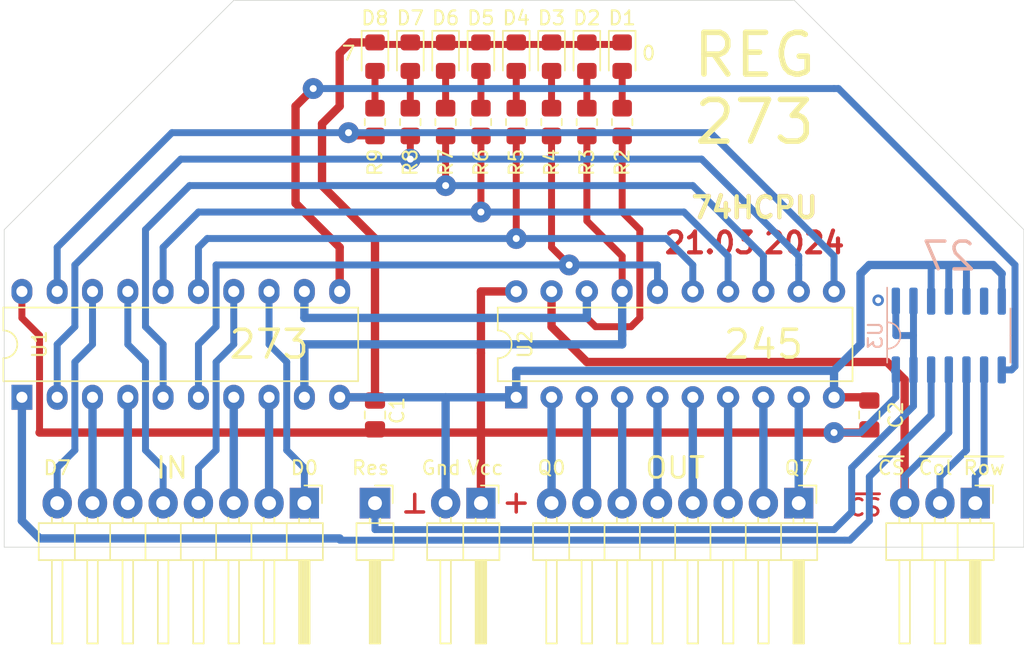
<source format=kicad_pcb>
(kicad_pcb (version 20171130) (host pcbnew "(5.1.8)-1")

  (general
    (thickness 1.6)
    (drawings 30)
    (tracks 207)
    (zones 0)
    (modules 26)
    (nets 42)
  )

  (page A4 portrait)
  (layers
    (0 F.Cu signal)
    (31 B.Cu signal)
    (32 B.Adhes user)
    (33 F.Adhes user)
    (34 B.Paste user)
    (35 F.Paste user)
    (36 B.SilkS user)
    (37 F.SilkS user)
    (38 B.Mask user)
    (39 F.Mask user)
    (40 Dwgs.User user)
    (41 Cmts.User user)
    (42 Eco1.User user)
    (43 Eco2.User user)
    (44 Edge.Cuts user)
    (45 Margin user)
    (46 B.CrtYd user)
    (47 F.CrtYd user)
    (48 B.Fab user)
    (49 F.Fab user)
  )

  (setup
    (last_trace_width 0.25)
    (user_trace_width 0.5)
    (user_trace_width 0.6)
    (trace_clearance 0.2)
    (zone_clearance 0.508)
    (zone_45_only no)
    (trace_min 0.2)
    (via_size 0.8)
    (via_drill 0.4)
    (via_min_size 0.4)
    (via_min_drill 0.3)
    (user_via 1.5 0.5)
    (uvia_size 0.3)
    (uvia_drill 0.1)
    (uvias_allowed no)
    (uvia_min_size 0.2)
    (uvia_min_drill 0.1)
    (edge_width 0.05)
    (segment_width 0.2)
    (pcb_text_width 0.3)
    (pcb_text_size 1.5 1.5)
    (mod_edge_width 0.12)
    (mod_text_size 1 1)
    (mod_text_width 0.15)
    (pad_size 2.2 2.2)
    (pad_drill 1)
    (pad_to_mask_clearance 0)
    (aux_axis_origin 0 0)
    (visible_elements 7FFFFFFF)
    (pcbplotparams
      (layerselection 0x010f0_ffffffff)
      (usegerberextensions false)
      (usegerberattributes true)
      (usegerberadvancedattributes true)
      (creategerberjobfile false)
      (excludeedgelayer true)
      (linewidth 0.100000)
      (plotframeref false)
      (viasonmask false)
      (mode 1)
      (useauxorigin false)
      (hpglpennumber 1)
      (hpglpenspeed 20)
      (hpglpendiameter 15.000000)
      (psnegative false)
      (psa4output false)
      (plotreference true)
      (plotvalue true)
      (plotinvisibletext false)
      (padsonsilk false)
      (subtractmaskfromsilk false)
      (outputformat 1)
      (mirror false)
      (drillshape 0)
      (scaleselection 1)
      (outputdirectory "gerber/"))
  )

  (net 0 "")
  (net 1 VCC)
  (net 2 GND)
  (net 3 /D7)
  (net 4 /D6)
  (net 5 /D5)
  (net 6 /D4)
  (net 7 /D3)
  (net 8 /D2)
  (net 9 /D1)
  (net 10 /D0)
  (net 11 /Q0)
  (net 12 /Q1)
  (net 13 /Q2)
  (net 14 /Q3)
  (net 15 /Q4)
  (net 16 /Q5)
  (net 17 /Q6)
  (net 18 /Q7)
  (net 19 "Net-(U1-Pad11)")
  (net 20 /~Row)
  (net 21 /~Col)
  (net 22 /~CS)
  (net 23 "Net-(D1-Pad2)")
  (net 24 "Net-(D2-Pad2)")
  (net 25 "Net-(D3-Pad2)")
  (net 26 "Net-(D4-Pad2)")
  (net 27 "Net-(D5-Pad2)")
  (net 28 "Net-(D6-Pad2)")
  (net 29 "Net-(D7-Pad2)")
  (net 30 "Net-(D8-Pad2)")
  (net 31 /L0)
  (net 32 /L1)
  (net 33 /L2)
  (net 34 /L3)
  (net 35 /L4)
  (net 36 /L5)
  (net 37 /L6)
  (net 38 /L7)
  (net 39 /Res)
  (net 40 "Net-(U3-Pad6)")
  (net 41 "Net-(U1-Pad1)")

  (net_class Default "This is the default net class."
    (clearance 0.2)
    (trace_width 0.25)
    (via_dia 0.8)
    (via_drill 0.4)
    (uvia_dia 0.3)
    (uvia_drill 0.1)
    (add_net /D0)
    (add_net /D1)
    (add_net /D2)
    (add_net /D3)
    (add_net /D4)
    (add_net /D5)
    (add_net /D6)
    (add_net /D7)
    (add_net /L0)
    (add_net /L1)
    (add_net /L2)
    (add_net /L3)
    (add_net /L4)
    (add_net /L5)
    (add_net /L6)
    (add_net /L7)
    (add_net /Q0)
    (add_net /Q1)
    (add_net /Q2)
    (add_net /Q3)
    (add_net /Q4)
    (add_net /Q5)
    (add_net /Q6)
    (add_net /Q7)
    (add_net /Res)
    (add_net /~CS)
    (add_net /~Col)
    (add_net /~Row)
    (add_net GND)
    (add_net "Net-(D1-Pad2)")
    (add_net "Net-(D2-Pad2)")
    (add_net "Net-(D3-Pad2)")
    (add_net "Net-(D4-Pad2)")
    (add_net "Net-(D5-Pad2)")
    (add_net "Net-(D6-Pad2)")
    (add_net "Net-(D7-Pad2)")
    (add_net "Net-(D8-Pad2)")
    (add_net "Net-(U1-Pad1)")
    (add_net "Net-(U1-Pad11)")
    (add_net "Net-(U3-Pad6)")
    (add_net VCC)
  )

  (module Connector_PinHeader_2.54mm:PinHeader_1x01_P2.54mm_Horizontal (layer F.Cu) (tedit 65FC7694) (tstamp 65FB8F8E)
    (at 76.2 53.34 270)
    (descr "Through hole angled pin header, 1x01, 2.54mm pitch, 6mm pin length, single row")
    (tags "Through hole angled pin header THT 1x01 2.54mm single row")
    (path /65FCB403)
    (fp_text reference J5 (at 2.54 0 90) (layer F.SilkS) hide
      (effects (font (size 1 1) (thickness 0.15)))
    )
    (fp_text value Conn_01x01_Male (at 1.905 1.905 180) (layer F.Fab)
      (effects (font (size 1 1) (thickness 0.15)))
    )
    (fp_line (start 2.135 -1.27) (end 4.04 -1.27) (layer F.Fab) (width 0.1))
    (fp_line (start 4.04 -1.27) (end 4.04 1.27) (layer F.Fab) (width 0.1))
    (fp_line (start 4.04 1.27) (end 1.5 1.27) (layer F.Fab) (width 0.1))
    (fp_line (start 1.5 1.27) (end 1.5 -0.635) (layer F.Fab) (width 0.1))
    (fp_line (start 1.5 -0.635) (end 2.135 -1.27) (layer F.Fab) (width 0.1))
    (fp_line (start -0.32 -0.32) (end 1.5 -0.32) (layer F.Fab) (width 0.1))
    (fp_line (start -0.32 -0.32) (end -0.32 0.32) (layer F.Fab) (width 0.1))
    (fp_line (start -0.32 0.32) (end 1.5 0.32) (layer F.Fab) (width 0.1))
    (fp_line (start 4.04 -0.32) (end 10.04 -0.32) (layer F.Fab) (width 0.1))
    (fp_line (start 10.04 -0.32) (end 10.04 0.32) (layer F.Fab) (width 0.1))
    (fp_line (start 4.04 0.32) (end 10.04 0.32) (layer F.Fab) (width 0.1))
    (fp_line (start 1.44 -1.33) (end 1.44 1.33) (layer F.SilkS) (width 0.12))
    (fp_line (start 1.44 1.33) (end 4.1 1.33) (layer F.SilkS) (width 0.12))
    (fp_line (start 4.1 1.33) (end 4.1 -1.33) (layer F.SilkS) (width 0.12))
    (fp_line (start 4.1 -1.33) (end 1.44 -1.33) (layer F.SilkS) (width 0.12))
    (fp_line (start 4.1 -0.38) (end 10.1 -0.38) (layer F.SilkS) (width 0.12))
    (fp_line (start 10.1 -0.38) (end 10.1 0.38) (layer F.SilkS) (width 0.12))
    (fp_line (start 10.1 0.38) (end 4.1 0.38) (layer F.SilkS) (width 0.12))
    (fp_line (start 4.1 -0.32) (end 10.1 -0.32) (layer F.SilkS) (width 0.12))
    (fp_line (start 4.1 -0.2) (end 10.1 -0.2) (layer F.SilkS) (width 0.12))
    (fp_line (start 4.1 -0.08) (end 10.1 -0.08) (layer F.SilkS) (width 0.12))
    (fp_line (start 4.1 0.04) (end 10.1 0.04) (layer F.SilkS) (width 0.12))
    (fp_line (start 4.1 0.16) (end 10.1 0.16) (layer F.SilkS) (width 0.12))
    (fp_line (start 4.1 0.28) (end 10.1 0.28) (layer F.SilkS) (width 0.12))
    (fp_line (start 1.11 -0.38) (end 1.44 -0.38) (layer F.SilkS) (width 0.12))
    (fp_line (start 1.11 0.38) (end 1.44 0.38) (layer F.SilkS) (width 0.12))
    (fp_line (start -1.27 0) (end -1.27 -1.27) (layer F.SilkS) (width 0.12))
    (fp_line (start -1.27 -1.27) (end 0 -1.27) (layer F.SilkS) (width 0.12))
    (fp_line (start -1.8 -1.8) (end -1.8 1.8) (layer F.CrtYd) (width 0.05))
    (fp_line (start -1.8 1.8) (end 10.55 1.8) (layer F.CrtYd) (width 0.05))
    (fp_line (start 10.55 1.8) (end 10.55 -1.8) (layer F.CrtYd) (width 0.05))
    (fp_line (start 10.55 -1.8) (end -1.8 -1.8) (layer F.CrtYd) (width 0.05))
    (fp_text user %R (at 2.77 0) (layer F.Fab)
      (effects (font (size 1 1) (thickness 0.15)))
    )
    (pad 1 thru_hole rect (at 0 0 270) (size 2.2 2.2) (drill 1) (layers *.Cu *.Mask)
      (net 39 /Res))
    (model ${KISYS3DMOD}/Connector_PinHeader_2.54mm.3dshapes/PinHeader_1x01_P2.54mm_Horizontal.wrl
      (at (xyz 0 0 0))
      (scale (xyz 1 1 1))
      (rotate (xyz 0 0 0))
    )
  )

  (module Package_DIP:DIP-20_W7.62mm (layer F.Cu) (tedit 5A02E8C5) (tstamp 65FB81A4)
    (at 50.8 45.72 90)
    (descr "20-lead though-hole mounted DIP package, row spacing 7.62 mm (300 mils)")
    (tags "THT DIP DIL PDIP 2.54mm 7.62mm 300mil")
    (path /65FBFB4A)
    (fp_text reference U1 (at 3.81 1.27 90) (layer F.SilkS)
      (effects (font (size 1 1) (thickness 0.15)))
    )
    (fp_text value 74HC273 (at 3.81 25.19 90) (layer F.Fab)
      (effects (font (size 1 1) (thickness 0.15)))
    )
    (fp_line (start 8.7 -1.55) (end -1.1 -1.55) (layer F.CrtYd) (width 0.05))
    (fp_line (start 8.7 24.4) (end 8.7 -1.55) (layer F.CrtYd) (width 0.05))
    (fp_line (start -1.1 24.4) (end 8.7 24.4) (layer F.CrtYd) (width 0.05))
    (fp_line (start -1.1 -1.55) (end -1.1 24.4) (layer F.CrtYd) (width 0.05))
    (fp_line (start 6.46 -1.33) (end 4.81 -1.33) (layer F.SilkS) (width 0.12))
    (fp_line (start 6.46 24.19) (end 6.46 -1.33) (layer F.SilkS) (width 0.12))
    (fp_line (start 1.16 24.19) (end 6.46 24.19) (layer F.SilkS) (width 0.12))
    (fp_line (start 1.16 -1.33) (end 1.16 24.19) (layer F.SilkS) (width 0.12))
    (fp_line (start 2.81 -1.33) (end 1.16 -1.33) (layer F.SilkS) (width 0.12))
    (fp_line (start 0.635 -0.27) (end 1.635 -1.27) (layer F.Fab) (width 0.1))
    (fp_line (start 0.635 24.13) (end 0.635 -0.27) (layer F.Fab) (width 0.1))
    (fp_line (start 6.985 24.13) (end 0.635 24.13) (layer F.Fab) (width 0.1))
    (fp_line (start 6.985 -1.27) (end 6.985 24.13) (layer F.Fab) (width 0.1))
    (fp_line (start 1.635 -1.27) (end 6.985 -1.27) (layer F.Fab) (width 0.1))
    (fp_text user %R (at 3.81 11.43 90) (layer F.Fab)
      (effects (font (size 1 1) (thickness 0.15)))
    )
    (fp_arc (start 3.81 -1.33) (end 2.81 -1.33) (angle -180) (layer F.SilkS) (width 0.12))
    (pad 20 thru_hole oval (at 7.62 0 90) (size 1.8 1.5) (drill 0.8) (layers *.Cu *.Mask)
      (net 1 VCC))
    (pad 10 thru_hole oval (at 0 22.86 90) (size 1.8 1.5) (drill 0.8) (layers *.Cu *.Mask)
      (net 2 GND))
    (pad 19 thru_hole oval (at 7.62 2.54 90) (size 1.8 1.5) (drill 0.8) (layers *.Cu *.Mask)
      (net 38 /L7))
    (pad 9 thru_hole oval (at 0 20.32 90) (size 1.8 1.5) (drill 0.8) (layers *.Cu *.Mask)
      (net 32 /L1))
    (pad 18 thru_hole oval (at 7.62 5.08 90) (size 1.8 1.5) (drill 0.8) (layers *.Cu *.Mask)
      (net 3 /D7))
    (pad 8 thru_hole oval (at 0 17.78 90) (size 1.8 1.5) (drill 0.8) (layers *.Cu *.Mask)
      (net 9 /D1))
    (pad 17 thru_hole oval (at 7.62 7.62 90) (size 1.8 1.5) (drill 0.8) (layers *.Cu *.Mask)
      (net 6 /D4))
    (pad 7 thru_hole oval (at 0 15.24 90) (size 1.8 1.5) (drill 0.8) (layers *.Cu *.Mask)
      (net 8 /D2))
    (pad 16 thru_hole oval (at 7.62 10.16 90) (size 1.8 1.5) (drill 0.8) (layers *.Cu *.Mask)
      (net 35 /L4))
    (pad 6 thru_hole oval (at 0 12.7 90) (size 1.8 1.5) (drill 0.8) (layers *.Cu *.Mask)
      (net 33 /L2))
    (pad 15 thru_hole oval (at 7.62 12.7 90) (size 1.8 1.5) (drill 0.8) (layers *.Cu *.Mask)
      (net 34 /L3))
    (pad 5 thru_hole oval (at 0 10.16 90) (size 1.8 1.5) (drill 0.8) (layers *.Cu *.Mask)
      (net 36 /L5))
    (pad 14 thru_hole oval (at 7.62 15.24 90) (size 1.8 1.5) (drill 0.8) (layers *.Cu *.Mask)
      (net 7 /D3))
    (pad 4 thru_hole oval (at 0 7.62 90) (size 1.8 1.5) (drill 0.8) (layers *.Cu *.Mask)
      (net 5 /D5))
    (pad 13 thru_hole oval (at 7.62 17.78 90) (size 1.8 1.5) (drill 0.8) (layers *.Cu *.Mask)
      (net 10 /D0))
    (pad 3 thru_hole oval (at 0 5.08 90) (size 1.8 1.5) (drill 0.8) (layers *.Cu *.Mask)
      (net 4 /D6))
    (pad 12 thru_hole oval (at 7.62 20.32 90) (size 1.8 1.5) (drill 0.8) (layers *.Cu *.Mask)
      (net 31 /L0))
    (pad 2 thru_hole oval (at 0 2.54 90) (size 1.8 1.5) (drill 0.8) (layers *.Cu *.Mask)
      (net 37 /L6))
    (pad 11 thru_hole oval (at 7.62 22.86 90) (size 1.8 1.5) (drill 0.8) (layers *.Cu *.Mask)
      (net 19 "Net-(U1-Pad11)"))
    (pad 1 thru_hole rect (at 0 0 90) (size 1.8 1.5) (drill 0.8) (layers *.Cu *.Mask)
      (net 41 "Net-(U1-Pad1)"))
    (model ${KISYS3DMOD}/Package_DIP.3dshapes/DIP-20_W7.62mm.wrl
      (at (xyz 0 0 0))
      (scale (xyz 1 1 1))
      (rotate (xyz 0 0 0))
    )
  )

  (module Package_DIP:DIP-20_W7.62mm (layer F.Cu) (tedit 65FB4FA4) (tstamp 6342C49F)
    (at 86.36 45.72 90)
    (descr "20-lead though-hole mounted DIP package, row spacing 7.62 mm (300 mils)")
    (tags "THT DIP DIL PDIP 2.54mm 7.62mm 300mil")
    (path /6342C9AB)
    (fp_text reference U2 (at 3.81 0.635 90) (layer F.SilkS)
      (effects (font (size 1 1) (thickness 0.15)))
    )
    (fp_text value 74HC245 (at 3.81 25.19 90) (layer F.Fab)
      (effects (font (size 1 1) (thickness 0.15)))
    )
    (fp_line (start 8.7 -1.55) (end -1.1 -1.55) (layer F.CrtYd) (width 0.05))
    (fp_line (start 8.7 24.4) (end 8.7 -1.55) (layer F.CrtYd) (width 0.05))
    (fp_line (start -1.1 24.4) (end 8.7 24.4) (layer F.CrtYd) (width 0.05))
    (fp_line (start -1.1 -1.55) (end -1.1 24.4) (layer F.CrtYd) (width 0.05))
    (fp_line (start 6.46 -1.33) (end 4.81 -1.33) (layer F.SilkS) (width 0.12))
    (fp_line (start 6.46 24.19) (end 6.46 -1.33) (layer F.SilkS) (width 0.12))
    (fp_line (start 1.16 24.19) (end 6.46 24.19) (layer F.SilkS) (width 0.12))
    (fp_line (start 1.16 -1.33) (end 1.16 24.19) (layer F.SilkS) (width 0.12))
    (fp_line (start 2.81 -1.33) (end 1.16 -1.33) (layer F.SilkS) (width 0.12))
    (fp_line (start 0.635 -0.27) (end 1.635 -1.27) (layer F.Fab) (width 0.1))
    (fp_line (start 0.635 24.13) (end 0.635 -0.27) (layer F.Fab) (width 0.1))
    (fp_line (start 6.985 24.13) (end 0.635 24.13) (layer F.Fab) (width 0.1))
    (fp_line (start 6.985 -1.27) (end 6.985 24.13) (layer F.Fab) (width 0.1))
    (fp_line (start 1.635 -1.27) (end 6.985 -1.27) (layer F.Fab) (width 0.1))
    (fp_text user %R (at 3.81 11.43 90) (layer F.Fab)
      (effects (font (size 1 1) (thickness 0.15)))
    )
    (fp_arc (start 3.81 -1.33) (end 2.81 -1.33) (angle -180) (layer F.SilkS) (width 0.12))
    (pad 20 thru_hole oval (at 7.62 0 90) (size 1.6 1.6) (drill 0.8) (layers *.Cu *.Mask)
      (net 1 VCC))
    (pad 10 thru_hole oval (at 0 22.86 90) (size 1.6 1.6) (drill 0.8) (layers *.Cu *.Mask)
      (net 2 GND))
    (pad 19 thru_hole oval (at 7.62 2.54 90) (size 1.6 1.6) (drill 0.8) (layers *.Cu *.Mask)
      (net 22 /~CS))
    (pad 9 thru_hole oval (at 0 20.32 90) (size 1.6 1.6) (drill 0.8) (layers *.Cu *.Mask)
      (net 18 /Q7))
    (pad 18 thru_hole oval (at 7.62 5.08 90) (size 1.6 1.6) (drill 0.8) (layers *.Cu *.Mask)
      (net 31 /L0))
    (pad 8 thru_hole oval (at 0 17.78 90) (size 1.6 1.6) (drill 0.8) (layers *.Cu *.Mask)
      (net 17 /Q6))
    (pad 17 thru_hole oval (at 7.62 7.62 90) (size 1.8 1.5) (drill 0.8) (layers *.Cu *.Mask)
      (net 32 /L1))
    (pad 7 thru_hole oval (at 0 15.24 90) (size 1.6 1.6) (drill 0.8) (layers *.Cu *.Mask)
      (net 16 /Q5))
    (pad 16 thru_hole oval (at 7.62 10.16 90) (size 1.8 1.5) (drill 0.8) (layers *.Cu *.Mask)
      (net 33 /L2))
    (pad 6 thru_hole oval (at 0 12.7 90) (size 1.6 1.6) (drill 0.8) (layers *.Cu *.Mask)
      (net 15 /Q4))
    (pad 15 thru_hole oval (at 7.62 12.7 90) (size 1.6 1.6) (drill 0.8) (layers *.Cu *.Mask)
      (net 34 /L3))
    (pad 5 thru_hole oval (at 0 10.16 90) (size 1.6 1.6) (drill 0.8) (layers *.Cu *.Mask)
      (net 14 /Q3))
    (pad 14 thru_hole oval (at 7.62 15.24 90) (size 1.6 1.6) (drill 0.8) (layers *.Cu *.Mask)
      (net 35 /L4))
    (pad 4 thru_hole oval (at 0 7.62 90) (size 1.6 1.6) (drill 0.8) (layers *.Cu *.Mask)
      (net 13 /Q2))
    (pad 13 thru_hole oval (at 7.62 17.78 90) (size 1.6 1.6) (drill 0.8) (layers *.Cu *.Mask)
      (net 36 /L5))
    (pad 3 thru_hole oval (at 0 5.08 90) (size 1.6 1.6) (drill 0.8) (layers *.Cu *.Mask)
      (net 12 /Q1))
    (pad 12 thru_hole oval (at 7.62 20.32 90) (size 1.6 1.6) (drill 0.8) (layers *.Cu *.Mask)
      (net 37 /L6))
    (pad 2 thru_hole oval (at 0 2.54 90) (size 1.6 1.6) (drill 0.8) (layers *.Cu *.Mask)
      (net 11 /Q0))
    (pad 11 thru_hole oval (at 7.62 22.86 90) (size 1.6 1.6) (drill 0.8) (layers *.Cu *.Mask)
      (net 38 /L7))
    (pad 1 thru_hole rect (at 0 0 90) (size 1.6 1.6) (drill 0.8) (layers *.Cu *.Mask)
      (net 2 GND))
    (model ${KISYS3DMOD}/Package_DIP.3dshapes/DIP-20_W7.62mm.wrl
      (at (xyz 0 0 0))
      (scale (xyz 1 1 1))
      (rotate (xyz 0 0 0))
    )
  )

  (module Capacitor_SMD:C_0805_2012Metric_Pad1.18x1.45mm_HandSolder (layer F.Cu) (tedit 5F68FEEF) (tstamp 636EB57C)
    (at 111.76 46.99 90)
    (descr "Capacitor SMD 0805 (2012 Metric), square (rectangular) end terminal, IPC_7351 nominal with elongated pad for handsoldering. (Body size source: IPC-SM-782 page 76, https://www.pcb-3d.com/wordpress/wp-content/uploads/ipc-sm-782a_amendment_1_and_2.pdf, https://docs.google.com/spreadsheets/d/1BsfQQcO9C6DZCsRaXUlFlo91Tg2WpOkGARC1WS5S8t0/edit?usp=sharing), generated with kicad-footprint-generator")
    (tags "capacitor handsolder")
    (path /636EBD1D)
    (attr smd)
    (fp_text reference C2 (at 0 1.905 90) (layer F.SilkS)
      (effects (font (size 1 1) (thickness 0.15)))
    )
    (fp_text value 0.1uF (at 0 1.68 90) (layer F.Fab)
      (effects (font (size 1 1) (thickness 0.15)))
    )
    (fp_line (start -1 0.625) (end -1 -0.625) (layer F.Fab) (width 0.1))
    (fp_line (start -1 -0.625) (end 1 -0.625) (layer F.Fab) (width 0.1))
    (fp_line (start 1 -0.625) (end 1 0.625) (layer F.Fab) (width 0.1))
    (fp_line (start 1 0.625) (end -1 0.625) (layer F.Fab) (width 0.1))
    (fp_line (start -0.261252 -0.735) (end 0.261252 -0.735) (layer F.SilkS) (width 0.12))
    (fp_line (start -0.261252 0.735) (end 0.261252 0.735) (layer F.SilkS) (width 0.12))
    (fp_line (start -1.88 0.98) (end -1.88 -0.98) (layer F.CrtYd) (width 0.05))
    (fp_line (start -1.88 -0.98) (end 1.88 -0.98) (layer F.CrtYd) (width 0.05))
    (fp_line (start 1.88 -0.98) (end 1.88 0.98) (layer F.CrtYd) (width 0.05))
    (fp_line (start 1.88 0.98) (end -1.88 0.98) (layer F.CrtYd) (width 0.05))
    (fp_text user %R (at 0 0 90) (layer F.Fab)
      (effects (font (size 0.5 0.5) (thickness 0.08)))
    )
    (pad 2 smd roundrect (at 1.0375 0 90) (size 1.175 1.45) (layers F.Cu F.Paste F.Mask) (roundrect_rratio 0.2127659574468085)
      (net 2 GND))
    (pad 1 smd roundrect (at -1.0375 0 90) (size 1.175 1.45) (layers F.Cu F.Paste F.Mask) (roundrect_rratio 0.2127659574468085)
      (net 1 VCC))
    (model ${KISYS3DMOD}/Capacitor_SMD.3dshapes/C_0805_2012Metric.wrl
      (at (xyz 0 0 0))
      (scale (xyz 1 1 1))
      (rotate (xyz 0 0 0))
    )
  )

  (module Resistor_SMD:R_0805_2012Metric_Pad1.20x1.40mm_HandSolder (layer F.Cu) (tedit 5F68FEEE) (tstamp 63558288)
    (at 76.2 25.908 90)
    (descr "Resistor SMD 0805 (2012 Metric), square (rectangular) end terminal, IPC_7351 nominal with elongated pad for handsoldering. (Body size source: IPC-SM-782 page 72, https://www.pcb-3d.com/wordpress/wp-content/uploads/ipc-sm-782a_amendment_1_and_2.pdf), generated with kicad-footprint-generator")
    (tags "resistor handsolder")
    (path /6357BAE6)
    (attr smd)
    (fp_text reference R9 (at -2.905 0 90) (layer F.SilkS)
      (effects (font (size 1 1) (thickness 0.15)))
    )
    (fp_text value 1k (at 0 1.65 90) (layer F.Fab)
      (effects (font (size 1 1) (thickness 0.15)))
    )
    (fp_line (start 1.85 0.95) (end -1.85 0.95) (layer F.CrtYd) (width 0.05))
    (fp_line (start 1.85 -0.95) (end 1.85 0.95) (layer F.CrtYd) (width 0.05))
    (fp_line (start -1.85 -0.95) (end 1.85 -0.95) (layer F.CrtYd) (width 0.05))
    (fp_line (start -1.85 0.95) (end -1.85 -0.95) (layer F.CrtYd) (width 0.05))
    (fp_line (start -0.227064 0.735) (end 0.227064 0.735) (layer F.SilkS) (width 0.12))
    (fp_line (start -0.227064 -0.735) (end 0.227064 -0.735) (layer F.SilkS) (width 0.12))
    (fp_line (start 1 0.625) (end -1 0.625) (layer F.Fab) (width 0.1))
    (fp_line (start 1 -0.625) (end 1 0.625) (layer F.Fab) (width 0.1))
    (fp_line (start -1 -0.625) (end 1 -0.625) (layer F.Fab) (width 0.1))
    (fp_line (start -1 0.625) (end -1 -0.625) (layer F.Fab) (width 0.1))
    (fp_text user %R (at 0 0 90) (layer F.Fab)
      (effects (font (size 0.5 0.5) (thickness 0.08)))
    )
    (pad 2 smd roundrect (at 1 0 90) (size 1.2 1.4) (layers F.Cu F.Paste F.Mask) (roundrect_rratio 0.2083325)
      (net 30 "Net-(D8-Pad2)"))
    (pad 1 smd roundrect (at -1 0 90) (size 1.2 1.4) (layers F.Cu F.Paste F.Mask) (roundrect_rratio 0.2083325)
      (net 38 /L7))
    (model ${KISYS3DMOD}/Resistor_SMD.3dshapes/R_0805_2012Metric.wrl
      (at (xyz 0 0 0))
      (scale (xyz 1 1 1))
      (rotate (xyz 0 0 0))
    )
  )

  (module Resistor_SMD:R_0805_2012Metric_Pad1.20x1.40mm_HandSolder (layer F.Cu) (tedit 5F68FEEE) (tstamp 63558277)
    (at 78.74 25.908 90)
    (descr "Resistor SMD 0805 (2012 Metric), square (rectangular) end terminal, IPC_7351 nominal with elongated pad for handsoldering. (Body size source: IPC-SM-782 page 72, https://www.pcb-3d.com/wordpress/wp-content/uploads/ipc-sm-782a_amendment_1_and_2.pdf), generated with kicad-footprint-generator")
    (tags "resistor handsolder")
    (path /6357BAD4)
    (attr smd)
    (fp_text reference R8 (at -2.905 0 90) (layer F.SilkS)
      (effects (font (size 1 1) (thickness 0.15)))
    )
    (fp_text value 1k (at 0 1.65 90) (layer F.Fab)
      (effects (font (size 1 1) (thickness 0.15)))
    )
    (fp_line (start 1.85 0.95) (end -1.85 0.95) (layer F.CrtYd) (width 0.05))
    (fp_line (start 1.85 -0.95) (end 1.85 0.95) (layer F.CrtYd) (width 0.05))
    (fp_line (start -1.85 -0.95) (end 1.85 -0.95) (layer F.CrtYd) (width 0.05))
    (fp_line (start -1.85 0.95) (end -1.85 -0.95) (layer F.CrtYd) (width 0.05))
    (fp_line (start -0.227064 0.735) (end 0.227064 0.735) (layer F.SilkS) (width 0.12))
    (fp_line (start -0.227064 -0.735) (end 0.227064 -0.735) (layer F.SilkS) (width 0.12))
    (fp_line (start 1 0.625) (end -1 0.625) (layer F.Fab) (width 0.1))
    (fp_line (start 1 -0.625) (end 1 0.625) (layer F.Fab) (width 0.1))
    (fp_line (start -1 -0.625) (end 1 -0.625) (layer F.Fab) (width 0.1))
    (fp_line (start -1 0.625) (end -1 -0.625) (layer F.Fab) (width 0.1))
    (fp_text user %R (at 0 0 90) (layer F.Fab)
      (effects (font (size 0.5 0.5) (thickness 0.08)))
    )
    (pad 2 smd roundrect (at 1 0 90) (size 1.2 1.4) (layers F.Cu F.Paste F.Mask) (roundrect_rratio 0.2083325)
      (net 29 "Net-(D7-Pad2)"))
    (pad 1 smd roundrect (at -1 0 90) (size 1.2 1.4) (layers F.Cu F.Paste F.Mask) (roundrect_rratio 0.2083325)
      (net 37 /L6))
    (model ${KISYS3DMOD}/Resistor_SMD.3dshapes/R_0805_2012Metric.wrl
      (at (xyz 0 0 0))
      (scale (xyz 1 1 1))
      (rotate (xyz 0 0 0))
    )
  )

  (module Resistor_SMD:R_0805_2012Metric_Pad1.20x1.40mm_HandSolder (layer F.Cu) (tedit 5F68FEEE) (tstamp 63558266)
    (at 81.28 25.908 90)
    (descr "Resistor SMD 0805 (2012 Metric), square (rectangular) end terminal, IPC_7351 nominal with elongated pad for handsoldering. (Body size source: IPC-SM-782 page 72, https://www.pcb-3d.com/wordpress/wp-content/uploads/ipc-sm-782a_amendment_1_and_2.pdf), generated with kicad-footprint-generator")
    (tags "resistor handsolder")
    (path /6357BAC2)
    (attr smd)
    (fp_text reference R7 (at -2.905 0 90) (layer F.SilkS)
      (effects (font (size 1 1) (thickness 0.15)))
    )
    (fp_text value 1k (at 0 1.65 90) (layer F.Fab)
      (effects (font (size 1 1) (thickness 0.15)))
    )
    (fp_line (start 1.85 0.95) (end -1.85 0.95) (layer F.CrtYd) (width 0.05))
    (fp_line (start 1.85 -0.95) (end 1.85 0.95) (layer F.CrtYd) (width 0.05))
    (fp_line (start -1.85 -0.95) (end 1.85 -0.95) (layer F.CrtYd) (width 0.05))
    (fp_line (start -1.85 0.95) (end -1.85 -0.95) (layer F.CrtYd) (width 0.05))
    (fp_line (start -0.227064 0.735) (end 0.227064 0.735) (layer F.SilkS) (width 0.12))
    (fp_line (start -0.227064 -0.735) (end 0.227064 -0.735) (layer F.SilkS) (width 0.12))
    (fp_line (start 1 0.625) (end -1 0.625) (layer F.Fab) (width 0.1))
    (fp_line (start 1 -0.625) (end 1 0.625) (layer F.Fab) (width 0.1))
    (fp_line (start -1 -0.625) (end 1 -0.625) (layer F.Fab) (width 0.1))
    (fp_line (start -1 0.625) (end -1 -0.625) (layer F.Fab) (width 0.1))
    (fp_text user %R (at 0 0 90) (layer F.Fab)
      (effects (font (size 0.5 0.5) (thickness 0.08)))
    )
    (pad 2 smd roundrect (at 1 0 90) (size 1.2 1.4) (layers F.Cu F.Paste F.Mask) (roundrect_rratio 0.2083325)
      (net 28 "Net-(D6-Pad2)"))
    (pad 1 smd roundrect (at -1 0 90) (size 1.2 1.4) (layers F.Cu F.Paste F.Mask) (roundrect_rratio 0.2083325)
      (net 36 /L5))
    (model ${KISYS3DMOD}/Resistor_SMD.3dshapes/R_0805_2012Metric.wrl
      (at (xyz 0 0 0))
      (scale (xyz 1 1 1))
      (rotate (xyz 0 0 0))
    )
  )

  (module Resistor_SMD:R_0805_2012Metric_Pad1.20x1.40mm_HandSolder (layer F.Cu) (tedit 5F68FEEE) (tstamp 63558255)
    (at 83.82 25.908 90)
    (descr "Resistor SMD 0805 (2012 Metric), square (rectangular) end terminal, IPC_7351 nominal with elongated pad for handsoldering. (Body size source: IPC-SM-782 page 72, https://www.pcb-3d.com/wordpress/wp-content/uploads/ipc-sm-782a_amendment_1_and_2.pdf), generated with kicad-footprint-generator")
    (tags "resistor handsolder")
    (path /6357BAB0)
    (attr smd)
    (fp_text reference R6 (at -2.905 0 90) (layer F.SilkS)
      (effects (font (size 1 1) (thickness 0.15)))
    )
    (fp_text value 1k (at 0 1.65 90) (layer F.Fab)
      (effects (font (size 1 1) (thickness 0.15)))
    )
    (fp_line (start 1.85 0.95) (end -1.85 0.95) (layer F.CrtYd) (width 0.05))
    (fp_line (start 1.85 -0.95) (end 1.85 0.95) (layer F.CrtYd) (width 0.05))
    (fp_line (start -1.85 -0.95) (end 1.85 -0.95) (layer F.CrtYd) (width 0.05))
    (fp_line (start -1.85 0.95) (end -1.85 -0.95) (layer F.CrtYd) (width 0.05))
    (fp_line (start -0.227064 0.735) (end 0.227064 0.735) (layer F.SilkS) (width 0.12))
    (fp_line (start -0.227064 -0.735) (end 0.227064 -0.735) (layer F.SilkS) (width 0.12))
    (fp_line (start 1 0.625) (end -1 0.625) (layer F.Fab) (width 0.1))
    (fp_line (start 1 -0.625) (end 1 0.625) (layer F.Fab) (width 0.1))
    (fp_line (start -1 -0.625) (end 1 -0.625) (layer F.Fab) (width 0.1))
    (fp_line (start -1 0.625) (end -1 -0.625) (layer F.Fab) (width 0.1))
    (fp_text user %R (at 0 0 90) (layer F.Fab)
      (effects (font (size 0.5 0.5) (thickness 0.08)))
    )
    (pad 2 smd roundrect (at 1 0 90) (size 1.2 1.4) (layers F.Cu F.Paste F.Mask) (roundrect_rratio 0.2083325)
      (net 27 "Net-(D5-Pad2)"))
    (pad 1 smd roundrect (at -1 0 90) (size 1.2 1.4) (layers F.Cu F.Paste F.Mask) (roundrect_rratio 0.2083325)
      (net 35 /L4))
    (model ${KISYS3DMOD}/Resistor_SMD.3dshapes/R_0805_2012Metric.wrl
      (at (xyz 0 0 0))
      (scale (xyz 1 1 1))
      (rotate (xyz 0 0 0))
    )
  )

  (module Resistor_SMD:R_0805_2012Metric_Pad1.20x1.40mm_HandSolder (layer F.Cu) (tedit 5F68FEEE) (tstamp 63558244)
    (at 86.36 25.908 90)
    (descr "Resistor SMD 0805 (2012 Metric), square (rectangular) end terminal, IPC_7351 nominal with elongated pad for handsoldering. (Body size source: IPC-SM-782 page 72, https://www.pcb-3d.com/wordpress/wp-content/uploads/ipc-sm-782a_amendment_1_and_2.pdf), generated with kicad-footprint-generator")
    (tags "resistor handsolder")
    (path /63577066)
    (attr smd)
    (fp_text reference R5 (at -2.905 0 90) (layer F.SilkS)
      (effects (font (size 1 1) (thickness 0.15)))
    )
    (fp_text value 1k (at 0 1.65 90) (layer F.Fab)
      (effects (font (size 1 1) (thickness 0.15)))
    )
    (fp_line (start 1.85 0.95) (end -1.85 0.95) (layer F.CrtYd) (width 0.05))
    (fp_line (start 1.85 -0.95) (end 1.85 0.95) (layer F.CrtYd) (width 0.05))
    (fp_line (start -1.85 -0.95) (end 1.85 -0.95) (layer F.CrtYd) (width 0.05))
    (fp_line (start -1.85 0.95) (end -1.85 -0.95) (layer F.CrtYd) (width 0.05))
    (fp_line (start -0.227064 0.735) (end 0.227064 0.735) (layer F.SilkS) (width 0.12))
    (fp_line (start -0.227064 -0.735) (end 0.227064 -0.735) (layer F.SilkS) (width 0.12))
    (fp_line (start 1 0.625) (end -1 0.625) (layer F.Fab) (width 0.1))
    (fp_line (start 1 -0.625) (end 1 0.625) (layer F.Fab) (width 0.1))
    (fp_line (start -1 -0.625) (end 1 -0.625) (layer F.Fab) (width 0.1))
    (fp_line (start -1 0.625) (end -1 -0.625) (layer F.Fab) (width 0.1))
    (fp_text user %R (at 0 0 90) (layer F.Fab)
      (effects (font (size 0.5 0.5) (thickness 0.08)))
    )
    (pad 2 smd roundrect (at 1 0 90) (size 1.2 1.4) (layers F.Cu F.Paste F.Mask) (roundrect_rratio 0.2083325)
      (net 26 "Net-(D4-Pad2)"))
    (pad 1 smd roundrect (at -1 0 90) (size 1.2 1.4) (layers F.Cu F.Paste F.Mask) (roundrect_rratio 0.2083325)
      (net 34 /L3))
    (model ${KISYS3DMOD}/Resistor_SMD.3dshapes/R_0805_2012Metric.wrl
      (at (xyz 0 0 0))
      (scale (xyz 1 1 1))
      (rotate (xyz 0 0 0))
    )
  )

  (module Resistor_SMD:R_0805_2012Metric_Pad1.20x1.40mm_HandSolder (layer F.Cu) (tedit 5F68FEEE) (tstamp 63558233)
    (at 88.9 25.908 90)
    (descr "Resistor SMD 0805 (2012 Metric), square (rectangular) end terminal, IPC_7351 nominal with elongated pad for handsoldering. (Body size source: IPC-SM-782 page 72, https://www.pcb-3d.com/wordpress/wp-content/uploads/ipc-sm-782a_amendment_1_and_2.pdf), generated with kicad-footprint-generator")
    (tags "resistor handsolder")
    (path /635717BE)
    (attr smd)
    (fp_text reference R4 (at -2.905 0 90) (layer F.SilkS)
      (effects (font (size 1 1) (thickness 0.15)))
    )
    (fp_text value 1k (at 0 1.65 90) (layer F.Fab)
      (effects (font (size 1 1) (thickness 0.15)))
    )
    (fp_line (start 1.85 0.95) (end -1.85 0.95) (layer F.CrtYd) (width 0.05))
    (fp_line (start 1.85 -0.95) (end 1.85 0.95) (layer F.CrtYd) (width 0.05))
    (fp_line (start -1.85 -0.95) (end 1.85 -0.95) (layer F.CrtYd) (width 0.05))
    (fp_line (start -1.85 0.95) (end -1.85 -0.95) (layer F.CrtYd) (width 0.05))
    (fp_line (start -0.227064 0.735) (end 0.227064 0.735) (layer F.SilkS) (width 0.12))
    (fp_line (start -0.227064 -0.735) (end 0.227064 -0.735) (layer F.SilkS) (width 0.12))
    (fp_line (start 1 0.625) (end -1 0.625) (layer F.Fab) (width 0.1))
    (fp_line (start 1 -0.625) (end 1 0.625) (layer F.Fab) (width 0.1))
    (fp_line (start -1 -0.625) (end 1 -0.625) (layer F.Fab) (width 0.1))
    (fp_line (start -1 0.625) (end -1 -0.625) (layer F.Fab) (width 0.1))
    (fp_text user %R (at 0 0 90) (layer F.Fab)
      (effects (font (size 0.5 0.5) (thickness 0.08)))
    )
    (pad 2 smd roundrect (at 1 0 90) (size 1.2 1.4) (layers F.Cu F.Paste F.Mask) (roundrect_rratio 0.2083325)
      (net 25 "Net-(D3-Pad2)"))
    (pad 1 smd roundrect (at -1 0 90) (size 1.2 1.4) (layers F.Cu F.Paste F.Mask) (roundrect_rratio 0.2083325)
      (net 33 /L2))
    (model ${KISYS3DMOD}/Resistor_SMD.3dshapes/R_0805_2012Metric.wrl
      (at (xyz 0 0 0))
      (scale (xyz 1 1 1))
      (rotate (xyz 0 0 0))
    )
  )

  (module Resistor_SMD:R_0805_2012Metric_Pad1.20x1.40mm_HandSolder (layer F.Cu) (tedit 5F68FEEE) (tstamp 63558222)
    (at 91.44 25.908 90)
    (descr "Resistor SMD 0805 (2012 Metric), square (rectangular) end terminal, IPC_7351 nominal with elongated pad for handsoldering. (Body size source: IPC-SM-782 page 72, https://www.pcb-3d.com/wordpress/wp-content/uploads/ipc-sm-782a_amendment_1_and_2.pdf), generated with kicad-footprint-generator")
    (tags "resistor handsolder")
    (path /6357062C)
    (attr smd)
    (fp_text reference R3 (at -2.905 0 90) (layer F.SilkS)
      (effects (font (size 1 1) (thickness 0.15)))
    )
    (fp_text value 1k (at 0 1.65 90) (layer F.Fab)
      (effects (font (size 1 1) (thickness 0.15)))
    )
    (fp_line (start 1.85 0.95) (end -1.85 0.95) (layer F.CrtYd) (width 0.05))
    (fp_line (start 1.85 -0.95) (end 1.85 0.95) (layer F.CrtYd) (width 0.05))
    (fp_line (start -1.85 -0.95) (end 1.85 -0.95) (layer F.CrtYd) (width 0.05))
    (fp_line (start -1.85 0.95) (end -1.85 -0.95) (layer F.CrtYd) (width 0.05))
    (fp_line (start -0.227064 0.735) (end 0.227064 0.735) (layer F.SilkS) (width 0.12))
    (fp_line (start -0.227064 -0.735) (end 0.227064 -0.735) (layer F.SilkS) (width 0.12))
    (fp_line (start 1 0.625) (end -1 0.625) (layer F.Fab) (width 0.1))
    (fp_line (start 1 -0.625) (end 1 0.625) (layer F.Fab) (width 0.1))
    (fp_line (start -1 -0.625) (end 1 -0.625) (layer F.Fab) (width 0.1))
    (fp_line (start -1 0.625) (end -1 -0.625) (layer F.Fab) (width 0.1))
    (fp_text user %R (at 0 0 90) (layer F.Fab)
      (effects (font (size 0.5 0.5) (thickness 0.08)))
    )
    (pad 2 smd roundrect (at 1 0 90) (size 1.2 1.4) (layers F.Cu F.Paste F.Mask) (roundrect_rratio 0.2083325)
      (net 24 "Net-(D2-Pad2)"))
    (pad 1 smd roundrect (at -1 0 90) (size 1.2 1.4) (layers F.Cu F.Paste F.Mask) (roundrect_rratio 0.2083325)
      (net 32 /L1))
    (model ${KISYS3DMOD}/Resistor_SMD.3dshapes/R_0805_2012Metric.wrl
      (at (xyz 0 0 0))
      (scale (xyz 1 1 1))
      (rotate (xyz 0 0 0))
    )
  )

  (module Resistor_SMD:R_0805_2012Metric_Pad1.20x1.40mm_HandSolder (layer F.Cu) (tedit 5F68FEEE) (tstamp 63558211)
    (at 93.98 25.908 90)
    (descr "Resistor SMD 0805 (2012 Metric), square (rectangular) end terminal, IPC_7351 nominal with elongated pad for handsoldering. (Body size source: IPC-SM-782 page 72, https://www.pcb-3d.com/wordpress/wp-content/uploads/ipc-sm-782a_amendment_1_and_2.pdf), generated with kicad-footprint-generator")
    (tags "resistor handsolder")
    (path /6356A96D)
    (attr smd)
    (fp_text reference R2 (at -2.905 0 90) (layer F.SilkS)
      (effects (font (size 1 1) (thickness 0.15)))
    )
    (fp_text value 1k (at 0 1.65 90) (layer F.Fab)
      (effects (font (size 1 1) (thickness 0.15)))
    )
    (fp_line (start 1.85 0.95) (end -1.85 0.95) (layer F.CrtYd) (width 0.05))
    (fp_line (start 1.85 -0.95) (end 1.85 0.95) (layer F.CrtYd) (width 0.05))
    (fp_line (start -1.85 -0.95) (end 1.85 -0.95) (layer F.CrtYd) (width 0.05))
    (fp_line (start -1.85 0.95) (end -1.85 -0.95) (layer F.CrtYd) (width 0.05))
    (fp_line (start -0.227064 0.735) (end 0.227064 0.735) (layer F.SilkS) (width 0.12))
    (fp_line (start -0.227064 -0.735) (end 0.227064 -0.735) (layer F.SilkS) (width 0.12))
    (fp_line (start 1 0.625) (end -1 0.625) (layer F.Fab) (width 0.1))
    (fp_line (start 1 -0.625) (end 1 0.625) (layer F.Fab) (width 0.1))
    (fp_line (start -1 -0.625) (end 1 -0.625) (layer F.Fab) (width 0.1))
    (fp_line (start -1 0.625) (end -1 -0.625) (layer F.Fab) (width 0.1))
    (fp_text user %R (at 0 0 90) (layer F.Fab)
      (effects (font (size 0.5 0.5) (thickness 0.08)))
    )
    (pad 2 smd roundrect (at 1 0 90) (size 1.2 1.4) (layers F.Cu F.Paste F.Mask) (roundrect_rratio 0.2083325)
      (net 23 "Net-(D1-Pad2)"))
    (pad 1 smd roundrect (at -1 0 90) (size 1.2 1.4) (layers F.Cu F.Paste F.Mask) (roundrect_rratio 0.2083325)
      (net 31 /L0))
    (model ${KISYS3DMOD}/Resistor_SMD.3dshapes/R_0805_2012Metric.wrl
      (at (xyz 0 0 0))
      (scale (xyz 1 1 1))
      (rotate (xyz 0 0 0))
    )
  )

  (module LED_SMD:LED_0805_2012Metric_Pad1.15x1.40mm_HandSolder (layer F.Cu) (tedit 5F68FEF1) (tstamp 63557F0D)
    (at 76.2 21.2 270)
    (descr "LED SMD 0805 (2012 Metric), square (rectangular) end terminal, IPC_7351 nominal, (Body size source: https://docs.google.com/spreadsheets/d/1BsfQQcO9C6DZCsRaXUlFlo91Tg2WpOkGARC1WS5S8t0/edit?usp=sharing), generated with kicad-footprint-generator")
    (tags "LED handsolder")
    (path /6357BAEC)
    (attr smd)
    (fp_text reference D8 (at -2.785 0 180) (layer F.SilkS)
      (effects (font (size 1 1) (thickness 0.15)))
    )
    (fp_text value LED (at 0 1.65 90) (layer F.Fab)
      (effects (font (size 1 1) (thickness 0.15)))
    )
    (fp_line (start 1.85 0.95) (end -1.85 0.95) (layer F.CrtYd) (width 0.05))
    (fp_line (start 1.85 -0.95) (end 1.85 0.95) (layer F.CrtYd) (width 0.05))
    (fp_line (start -1.85 -0.95) (end 1.85 -0.95) (layer F.CrtYd) (width 0.05))
    (fp_line (start -1.85 0.95) (end -1.85 -0.95) (layer F.CrtYd) (width 0.05))
    (fp_line (start -1.86 0.96) (end 1 0.96) (layer F.SilkS) (width 0.12))
    (fp_line (start -1.86 -0.96) (end -1.86 0.96) (layer F.SilkS) (width 0.12))
    (fp_line (start 1 -0.96) (end -1.86 -0.96) (layer F.SilkS) (width 0.12))
    (fp_line (start 1 0.6) (end 1 -0.6) (layer F.Fab) (width 0.1))
    (fp_line (start -1 0.6) (end 1 0.6) (layer F.Fab) (width 0.1))
    (fp_line (start -1 -0.3) (end -1 0.6) (layer F.Fab) (width 0.1))
    (fp_line (start -0.7 -0.6) (end -1 -0.3) (layer F.Fab) (width 0.1))
    (fp_line (start 1 -0.6) (end -0.7 -0.6) (layer F.Fab) (width 0.1))
    (fp_text user %R (at 0 0 90) (layer F.Fab)
      (effects (font (size 0.5 0.5) (thickness 0.08)))
    )
    (pad 2 smd roundrect (at 1.025 0 270) (size 1.15 1.4) (layers F.Cu F.Paste F.Mask) (roundrect_rratio 0.2173904347826087)
      (net 30 "Net-(D8-Pad2)"))
    (pad 1 smd roundrect (at -1.025 0 270) (size 1.15 1.4) (layers F.Cu F.Paste F.Mask) (roundrect_rratio 0.2173904347826087)
      (net 2 GND))
    (model ${KISYS3DMOD}/LED_SMD.3dshapes/LED_0805_2012Metric.wrl
      (at (xyz 0 0 0))
      (scale (xyz 1 1 1))
      (rotate (xyz 0 0 0))
    )
  )

  (module LED_SMD:LED_0805_2012Metric_Pad1.15x1.40mm_HandSolder (layer F.Cu) (tedit 5F68FEF1) (tstamp 63557EFA)
    (at 78.74 21.2 270)
    (descr "LED SMD 0805 (2012 Metric), square (rectangular) end terminal, IPC_7351 nominal, (Body size source: https://docs.google.com/spreadsheets/d/1BsfQQcO9C6DZCsRaXUlFlo91Tg2WpOkGARC1WS5S8t0/edit?usp=sharing), generated with kicad-footprint-generator")
    (tags "LED handsolder")
    (path /6357BADA)
    (attr smd)
    (fp_text reference D7 (at -2.785 0 180) (layer F.SilkS)
      (effects (font (size 1 1) (thickness 0.15)))
    )
    (fp_text value LED (at 0 1.65 90) (layer F.Fab)
      (effects (font (size 1 1) (thickness 0.15)))
    )
    (fp_line (start 1.85 0.95) (end -1.85 0.95) (layer F.CrtYd) (width 0.05))
    (fp_line (start 1.85 -0.95) (end 1.85 0.95) (layer F.CrtYd) (width 0.05))
    (fp_line (start -1.85 -0.95) (end 1.85 -0.95) (layer F.CrtYd) (width 0.05))
    (fp_line (start -1.85 0.95) (end -1.85 -0.95) (layer F.CrtYd) (width 0.05))
    (fp_line (start -1.86 0.96) (end 1 0.96) (layer F.SilkS) (width 0.12))
    (fp_line (start -1.86 -0.96) (end -1.86 0.96) (layer F.SilkS) (width 0.12))
    (fp_line (start 1 -0.96) (end -1.86 -0.96) (layer F.SilkS) (width 0.12))
    (fp_line (start 1 0.6) (end 1 -0.6) (layer F.Fab) (width 0.1))
    (fp_line (start -1 0.6) (end 1 0.6) (layer F.Fab) (width 0.1))
    (fp_line (start -1 -0.3) (end -1 0.6) (layer F.Fab) (width 0.1))
    (fp_line (start -0.7 -0.6) (end -1 -0.3) (layer F.Fab) (width 0.1))
    (fp_line (start 1 -0.6) (end -0.7 -0.6) (layer F.Fab) (width 0.1))
    (fp_text user %R (at 0 0 90) (layer F.Fab)
      (effects (font (size 0.5 0.5) (thickness 0.08)))
    )
    (pad 2 smd roundrect (at 1.025 0 270) (size 1.15 1.4) (layers F.Cu F.Paste F.Mask) (roundrect_rratio 0.2173904347826087)
      (net 29 "Net-(D7-Pad2)"))
    (pad 1 smd roundrect (at -1.025 0 270) (size 1.15 1.4) (layers F.Cu F.Paste F.Mask) (roundrect_rratio 0.2173904347826087)
      (net 2 GND))
    (model ${KISYS3DMOD}/LED_SMD.3dshapes/LED_0805_2012Metric.wrl
      (at (xyz 0 0 0))
      (scale (xyz 1 1 1))
      (rotate (xyz 0 0 0))
    )
  )

  (module LED_SMD:LED_0805_2012Metric_Pad1.15x1.40mm_HandSolder (layer F.Cu) (tedit 5F68FEF1) (tstamp 63557EE7)
    (at 81.28 21.2 270)
    (descr "LED SMD 0805 (2012 Metric), square (rectangular) end terminal, IPC_7351 nominal, (Body size source: https://docs.google.com/spreadsheets/d/1BsfQQcO9C6DZCsRaXUlFlo91Tg2WpOkGARC1WS5S8t0/edit?usp=sharing), generated with kicad-footprint-generator")
    (tags "LED handsolder")
    (path /6357BAC8)
    (attr smd)
    (fp_text reference D6 (at -2.785 0 180) (layer F.SilkS)
      (effects (font (size 1 1) (thickness 0.15)))
    )
    (fp_text value LED (at 0 1.65 90) (layer F.Fab)
      (effects (font (size 1 1) (thickness 0.15)))
    )
    (fp_line (start 1.85 0.95) (end -1.85 0.95) (layer F.CrtYd) (width 0.05))
    (fp_line (start 1.85 -0.95) (end 1.85 0.95) (layer F.CrtYd) (width 0.05))
    (fp_line (start -1.85 -0.95) (end 1.85 -0.95) (layer F.CrtYd) (width 0.05))
    (fp_line (start -1.85 0.95) (end -1.85 -0.95) (layer F.CrtYd) (width 0.05))
    (fp_line (start -1.86 0.96) (end 1 0.96) (layer F.SilkS) (width 0.12))
    (fp_line (start -1.86 -0.96) (end -1.86 0.96) (layer F.SilkS) (width 0.12))
    (fp_line (start 1 -0.96) (end -1.86 -0.96) (layer F.SilkS) (width 0.12))
    (fp_line (start 1 0.6) (end 1 -0.6) (layer F.Fab) (width 0.1))
    (fp_line (start -1 0.6) (end 1 0.6) (layer F.Fab) (width 0.1))
    (fp_line (start -1 -0.3) (end -1 0.6) (layer F.Fab) (width 0.1))
    (fp_line (start -0.7 -0.6) (end -1 -0.3) (layer F.Fab) (width 0.1))
    (fp_line (start 1 -0.6) (end -0.7 -0.6) (layer F.Fab) (width 0.1))
    (fp_text user %R (at 0 0 90) (layer F.Fab)
      (effects (font (size 0.5 0.5) (thickness 0.08)))
    )
    (pad 2 smd roundrect (at 1.025 0 270) (size 1.15 1.4) (layers F.Cu F.Paste F.Mask) (roundrect_rratio 0.2173904347826087)
      (net 28 "Net-(D6-Pad2)"))
    (pad 1 smd roundrect (at -1.025 0 270) (size 1.15 1.4) (layers F.Cu F.Paste F.Mask) (roundrect_rratio 0.2173904347826087)
      (net 2 GND))
    (model ${KISYS3DMOD}/LED_SMD.3dshapes/LED_0805_2012Metric.wrl
      (at (xyz 0 0 0))
      (scale (xyz 1 1 1))
      (rotate (xyz 0 0 0))
    )
  )

  (module LED_SMD:LED_0805_2012Metric_Pad1.15x1.40mm_HandSolder (layer F.Cu) (tedit 5F68FEF1) (tstamp 63557ED4)
    (at 83.82 21.2 270)
    (descr "LED SMD 0805 (2012 Metric), square (rectangular) end terminal, IPC_7351 nominal, (Body size source: https://docs.google.com/spreadsheets/d/1BsfQQcO9C6DZCsRaXUlFlo91Tg2WpOkGARC1WS5S8t0/edit?usp=sharing), generated with kicad-footprint-generator")
    (tags "LED handsolder")
    (path /6357BAB6)
    (attr smd)
    (fp_text reference D5 (at -2.785 0 180) (layer F.SilkS)
      (effects (font (size 1 1) (thickness 0.15)))
    )
    (fp_text value LED (at 0 1.65 90) (layer F.Fab)
      (effects (font (size 1 1) (thickness 0.15)))
    )
    (fp_line (start 1.85 0.95) (end -1.85 0.95) (layer F.CrtYd) (width 0.05))
    (fp_line (start 1.85 -0.95) (end 1.85 0.95) (layer F.CrtYd) (width 0.05))
    (fp_line (start -1.85 -0.95) (end 1.85 -0.95) (layer F.CrtYd) (width 0.05))
    (fp_line (start -1.85 0.95) (end -1.85 -0.95) (layer F.CrtYd) (width 0.05))
    (fp_line (start -1.86 0.96) (end 1 0.96) (layer F.SilkS) (width 0.12))
    (fp_line (start -1.86 -0.96) (end -1.86 0.96) (layer F.SilkS) (width 0.12))
    (fp_line (start 1 -0.96) (end -1.86 -0.96) (layer F.SilkS) (width 0.12))
    (fp_line (start 1 0.6) (end 1 -0.6) (layer F.Fab) (width 0.1))
    (fp_line (start -1 0.6) (end 1 0.6) (layer F.Fab) (width 0.1))
    (fp_line (start -1 -0.3) (end -1 0.6) (layer F.Fab) (width 0.1))
    (fp_line (start -0.7 -0.6) (end -1 -0.3) (layer F.Fab) (width 0.1))
    (fp_line (start 1 -0.6) (end -0.7 -0.6) (layer F.Fab) (width 0.1))
    (fp_text user %R (at 0 0 90) (layer F.Fab)
      (effects (font (size 0.5 0.5) (thickness 0.08)))
    )
    (pad 2 smd roundrect (at 1.025 0 270) (size 1.15 1.4) (layers F.Cu F.Paste F.Mask) (roundrect_rratio 0.2173904347826087)
      (net 27 "Net-(D5-Pad2)"))
    (pad 1 smd roundrect (at -1.025 0 270) (size 1.15 1.4) (layers F.Cu F.Paste F.Mask) (roundrect_rratio 0.2173904347826087)
      (net 2 GND))
    (model ${KISYS3DMOD}/LED_SMD.3dshapes/LED_0805_2012Metric.wrl
      (at (xyz 0 0 0))
      (scale (xyz 1 1 1))
      (rotate (xyz 0 0 0))
    )
  )

  (module LED_SMD:LED_0805_2012Metric_Pad1.15x1.40mm_HandSolder (layer F.Cu) (tedit 5F68FEF1) (tstamp 63557EC1)
    (at 86.36 21.2 270)
    (descr "LED SMD 0805 (2012 Metric), square (rectangular) end terminal, IPC_7351 nominal, (Body size source: https://docs.google.com/spreadsheets/d/1BsfQQcO9C6DZCsRaXUlFlo91Tg2WpOkGARC1WS5S8t0/edit?usp=sharing), generated with kicad-footprint-generator")
    (tags "LED handsolder")
    (path /6357706C)
    (attr smd)
    (fp_text reference D4 (at -2.785 0 180) (layer F.SilkS)
      (effects (font (size 1 1) (thickness 0.15)))
    )
    (fp_text value LED (at 0 1.65 90) (layer F.Fab)
      (effects (font (size 1 1) (thickness 0.15)))
    )
    (fp_line (start 1.85 0.95) (end -1.85 0.95) (layer F.CrtYd) (width 0.05))
    (fp_line (start 1.85 -0.95) (end 1.85 0.95) (layer F.CrtYd) (width 0.05))
    (fp_line (start -1.85 -0.95) (end 1.85 -0.95) (layer F.CrtYd) (width 0.05))
    (fp_line (start -1.85 0.95) (end -1.85 -0.95) (layer F.CrtYd) (width 0.05))
    (fp_line (start -1.86 0.96) (end 1 0.96) (layer F.SilkS) (width 0.12))
    (fp_line (start -1.86 -0.96) (end -1.86 0.96) (layer F.SilkS) (width 0.12))
    (fp_line (start 1 -0.96) (end -1.86 -0.96) (layer F.SilkS) (width 0.12))
    (fp_line (start 1 0.6) (end 1 -0.6) (layer F.Fab) (width 0.1))
    (fp_line (start -1 0.6) (end 1 0.6) (layer F.Fab) (width 0.1))
    (fp_line (start -1 -0.3) (end -1 0.6) (layer F.Fab) (width 0.1))
    (fp_line (start -0.7 -0.6) (end -1 -0.3) (layer F.Fab) (width 0.1))
    (fp_line (start 1 -0.6) (end -0.7 -0.6) (layer F.Fab) (width 0.1))
    (fp_text user %R (at 0 0 90) (layer F.Fab)
      (effects (font (size 0.5 0.5) (thickness 0.08)))
    )
    (pad 2 smd roundrect (at 1.025 0 270) (size 1.15 1.4) (layers F.Cu F.Paste F.Mask) (roundrect_rratio 0.2173904347826087)
      (net 26 "Net-(D4-Pad2)"))
    (pad 1 smd roundrect (at -1.025 0 270) (size 1.15 1.4) (layers F.Cu F.Paste F.Mask) (roundrect_rratio 0.2173904347826087)
      (net 2 GND))
    (model ${KISYS3DMOD}/LED_SMD.3dshapes/LED_0805_2012Metric.wrl
      (at (xyz 0 0 0))
      (scale (xyz 1 1 1))
      (rotate (xyz 0 0 0))
    )
  )

  (module LED_SMD:LED_0805_2012Metric_Pad1.15x1.40mm_HandSolder (layer F.Cu) (tedit 5F68FEF1) (tstamp 63557EAE)
    (at 88.9 21.2 270)
    (descr "LED SMD 0805 (2012 Metric), square (rectangular) end terminal, IPC_7351 nominal, (Body size source: https://docs.google.com/spreadsheets/d/1BsfQQcO9C6DZCsRaXUlFlo91Tg2WpOkGARC1WS5S8t0/edit?usp=sharing), generated with kicad-footprint-generator")
    (tags "LED handsolder")
    (path /635717C4)
    (attr smd)
    (fp_text reference D3 (at -2.785 0 180) (layer F.SilkS)
      (effects (font (size 1 1) (thickness 0.15)))
    )
    (fp_text value LED (at 0 1.65 90) (layer F.Fab)
      (effects (font (size 1 1) (thickness 0.15)))
    )
    (fp_line (start 1.85 0.95) (end -1.85 0.95) (layer F.CrtYd) (width 0.05))
    (fp_line (start 1.85 -0.95) (end 1.85 0.95) (layer F.CrtYd) (width 0.05))
    (fp_line (start -1.85 -0.95) (end 1.85 -0.95) (layer F.CrtYd) (width 0.05))
    (fp_line (start -1.85 0.95) (end -1.85 -0.95) (layer F.CrtYd) (width 0.05))
    (fp_line (start -1.86 0.96) (end 1 0.96) (layer F.SilkS) (width 0.12))
    (fp_line (start -1.86 -0.96) (end -1.86 0.96) (layer F.SilkS) (width 0.12))
    (fp_line (start 1 -0.96) (end -1.86 -0.96) (layer F.SilkS) (width 0.12))
    (fp_line (start 1 0.6) (end 1 -0.6) (layer F.Fab) (width 0.1))
    (fp_line (start -1 0.6) (end 1 0.6) (layer F.Fab) (width 0.1))
    (fp_line (start -1 -0.3) (end -1 0.6) (layer F.Fab) (width 0.1))
    (fp_line (start -0.7 -0.6) (end -1 -0.3) (layer F.Fab) (width 0.1))
    (fp_line (start 1 -0.6) (end -0.7 -0.6) (layer F.Fab) (width 0.1))
    (fp_text user %R (at 0 0 90) (layer F.Fab)
      (effects (font (size 0.5 0.5) (thickness 0.08)))
    )
    (pad 2 smd roundrect (at 1.025 0 270) (size 1.15 1.4) (layers F.Cu F.Paste F.Mask) (roundrect_rratio 0.2173904347826087)
      (net 25 "Net-(D3-Pad2)"))
    (pad 1 smd roundrect (at -1.025 0 270) (size 1.15 1.4) (layers F.Cu F.Paste F.Mask) (roundrect_rratio 0.2173904347826087)
      (net 2 GND))
    (model ${KISYS3DMOD}/LED_SMD.3dshapes/LED_0805_2012Metric.wrl
      (at (xyz 0 0 0))
      (scale (xyz 1 1 1))
      (rotate (xyz 0 0 0))
    )
  )

  (module LED_SMD:LED_0805_2012Metric_Pad1.15x1.40mm_HandSolder (layer F.Cu) (tedit 5F68FEF1) (tstamp 63557E9B)
    (at 91.44 21.2 270)
    (descr "LED SMD 0805 (2012 Metric), square (rectangular) end terminal, IPC_7351 nominal, (Body size source: https://docs.google.com/spreadsheets/d/1BsfQQcO9C6DZCsRaXUlFlo91Tg2WpOkGARC1WS5S8t0/edit?usp=sharing), generated with kicad-footprint-generator")
    (tags "LED handsolder")
    (path /63570632)
    (attr smd)
    (fp_text reference D2 (at -2.785 0 180) (layer F.SilkS)
      (effects (font (size 1 1) (thickness 0.15)))
    )
    (fp_text value LED (at 0 1.65 90) (layer F.Fab)
      (effects (font (size 1 1) (thickness 0.15)))
    )
    (fp_line (start 1.85 0.95) (end -1.85 0.95) (layer F.CrtYd) (width 0.05))
    (fp_line (start 1.85 -0.95) (end 1.85 0.95) (layer F.CrtYd) (width 0.05))
    (fp_line (start -1.85 -0.95) (end 1.85 -0.95) (layer F.CrtYd) (width 0.05))
    (fp_line (start -1.85 0.95) (end -1.85 -0.95) (layer F.CrtYd) (width 0.05))
    (fp_line (start -1.86 0.96) (end 1 0.96) (layer F.SilkS) (width 0.12))
    (fp_line (start -1.86 -0.96) (end -1.86 0.96) (layer F.SilkS) (width 0.12))
    (fp_line (start 1 -0.96) (end -1.86 -0.96) (layer F.SilkS) (width 0.12))
    (fp_line (start 1 0.6) (end 1 -0.6) (layer F.Fab) (width 0.1))
    (fp_line (start -1 0.6) (end 1 0.6) (layer F.Fab) (width 0.1))
    (fp_line (start -1 -0.3) (end -1 0.6) (layer F.Fab) (width 0.1))
    (fp_line (start -0.7 -0.6) (end -1 -0.3) (layer F.Fab) (width 0.1))
    (fp_line (start 1 -0.6) (end -0.7 -0.6) (layer F.Fab) (width 0.1))
    (fp_text user %R (at 0 0 90) (layer F.Fab)
      (effects (font (size 0.5 0.5) (thickness 0.08)))
    )
    (pad 2 smd roundrect (at 1.025 0 270) (size 1.15 1.4) (layers F.Cu F.Paste F.Mask) (roundrect_rratio 0.2173904347826087)
      (net 24 "Net-(D2-Pad2)"))
    (pad 1 smd roundrect (at -1.025 0 270) (size 1.15 1.4) (layers F.Cu F.Paste F.Mask) (roundrect_rratio 0.2173904347826087)
      (net 2 GND))
    (model ${KISYS3DMOD}/LED_SMD.3dshapes/LED_0805_2012Metric.wrl
      (at (xyz 0 0 0))
      (scale (xyz 1 1 1))
      (rotate (xyz 0 0 0))
    )
  )

  (module LED_SMD:LED_0805_2012Metric_Pad1.15x1.40mm_HandSolder (layer F.Cu) (tedit 5F68FEF1) (tstamp 63557E88)
    (at 93.98 21.2 270)
    (descr "LED SMD 0805 (2012 Metric), square (rectangular) end terminal, IPC_7351 nominal, (Body size source: https://docs.google.com/spreadsheets/d/1BsfQQcO9C6DZCsRaXUlFlo91Tg2WpOkGARC1WS5S8t0/edit?usp=sharing), generated with kicad-footprint-generator")
    (tags "LED handsolder")
    (path /6356B1AB)
    (attr smd)
    (fp_text reference D1 (at -2.785 0 180) (layer F.SilkS)
      (effects (font (size 1 1) (thickness 0.15)))
    )
    (fp_text value LED (at 0 1.65 90) (layer F.Fab)
      (effects (font (size 1 1) (thickness 0.15)))
    )
    (fp_line (start 1.85 0.95) (end -1.85 0.95) (layer F.CrtYd) (width 0.05))
    (fp_line (start 1.85 -0.95) (end 1.85 0.95) (layer F.CrtYd) (width 0.05))
    (fp_line (start -1.85 -0.95) (end 1.85 -0.95) (layer F.CrtYd) (width 0.05))
    (fp_line (start -1.85 0.95) (end -1.85 -0.95) (layer F.CrtYd) (width 0.05))
    (fp_line (start -1.86 0.96) (end 1 0.96) (layer F.SilkS) (width 0.12))
    (fp_line (start -1.86 -0.96) (end -1.86 0.96) (layer F.SilkS) (width 0.12))
    (fp_line (start 1 -0.96) (end -1.86 -0.96) (layer F.SilkS) (width 0.12))
    (fp_line (start 1 0.6) (end 1 -0.6) (layer F.Fab) (width 0.1))
    (fp_line (start -1 0.6) (end 1 0.6) (layer F.Fab) (width 0.1))
    (fp_line (start -1 -0.3) (end -1 0.6) (layer F.Fab) (width 0.1))
    (fp_line (start -0.7 -0.6) (end -1 -0.3) (layer F.Fab) (width 0.1))
    (fp_line (start 1 -0.6) (end -0.7 -0.6) (layer F.Fab) (width 0.1))
    (fp_text user %R (at 0 0 90) (layer F.Fab)
      (effects (font (size 0.5 0.5) (thickness 0.08)))
    )
    (pad 2 smd roundrect (at 1.025 0 270) (size 1.15 1.4) (layers F.Cu F.Paste F.Mask) (roundrect_rratio 0.2173904347826087)
      (net 23 "Net-(D1-Pad2)"))
    (pad 1 smd roundrect (at -1.025 0 270) (size 1.15 1.4) (layers F.Cu F.Paste F.Mask) (roundrect_rratio 0.2173904347826087)
      (net 2 GND))
    (model ${KISYS3DMOD}/LED_SMD.3dshapes/LED_0805_2012Metric.wrl
      (at (xyz 0 0 0))
      (scale (xyz 1 1 1))
      (rotate (xyz 0 0 0))
    )
  )

  (module Capacitor_SMD:C_0805_2012Metric_Pad1.18x1.45mm_HandSolder (layer F.Cu) (tedit 5F68FEEF) (tstamp 628D51CF)
    (at 76.2 46.99 90)
    (descr "Capacitor SMD 0805 (2012 Metric), square (rectangular) end terminal, IPC_7351 nominal with elongated pad for handsoldering. (Body size source: IPC-SM-782 page 76, https://www.pcb-3d.com/wordpress/wp-content/uploads/ipc-sm-782a_amendment_1_and_2.pdf, https://docs.google.com/spreadsheets/d/1BsfQQcO9C6DZCsRaXUlFlo91Tg2WpOkGARC1WS5S8t0/edit?usp=sharing), generated with kicad-footprint-generator")
    (tags "capacitor handsolder")
    (path /628F1683)
    (attr smd)
    (fp_text reference C1 (at 0.3175 1.5875 90) (layer F.SilkS)
      (effects (font (size 1 1) (thickness 0.15)))
    )
    (fp_text value 0.1uF (at 0 1.68 90) (layer F.Fab)
      (effects (font (size 1 1) (thickness 0.15)))
    )
    (fp_line (start -1 0.625) (end -1 -0.625) (layer F.Fab) (width 0.1))
    (fp_line (start -1 -0.625) (end 1 -0.625) (layer F.Fab) (width 0.1))
    (fp_line (start 1 -0.625) (end 1 0.625) (layer F.Fab) (width 0.1))
    (fp_line (start 1 0.625) (end -1 0.625) (layer F.Fab) (width 0.1))
    (fp_line (start -0.261252 -0.735) (end 0.261252 -0.735) (layer F.SilkS) (width 0.12))
    (fp_line (start -0.261252 0.735) (end 0.261252 0.735) (layer F.SilkS) (width 0.12))
    (fp_line (start -1.88 0.98) (end -1.88 -0.98) (layer F.CrtYd) (width 0.05))
    (fp_line (start -1.88 -0.98) (end 1.88 -0.98) (layer F.CrtYd) (width 0.05))
    (fp_line (start 1.88 -0.98) (end 1.88 0.98) (layer F.CrtYd) (width 0.05))
    (fp_line (start 1.88 0.98) (end -1.88 0.98) (layer F.CrtYd) (width 0.05))
    (fp_text user %R (at 0 0 90) (layer F.Fab)
      (effects (font (size 0.5 0.5) (thickness 0.08)))
    )
    (pad 1 smd roundrect (at -1.0375 0 90) (size 1.175 1.45) (layers F.Cu F.Paste F.Mask) (roundrect_rratio 0.2127659574468085)
      (net 1 VCC))
    (pad 2 smd roundrect (at 1.0375 0 90) (size 1.175 1.45) (layers F.Cu F.Paste F.Mask) (roundrect_rratio 0.2127659574468085)
      (net 2 GND))
    (model ${KISYS3DMOD}/Capacitor_SMD.3dshapes/C_0805_2012Metric.wrl
      (at (xyz 0 0 0))
      (scale (xyz 1 1 1))
      (rotate (xyz 0 0 0))
    )
  )

  (module Connector_PinHeader_2.54mm:PinHeader_1x08_P2.54mm_Horizontal (layer F.Cu) (tedit 59FED5CB) (tstamp 628D5250)
    (at 71.12 53.34 270)
    (descr "Through hole angled pin header, 1x08, 2.54mm pitch, 6mm pin length, single row")
    (tags "Through hole angled pin header THT 1x08 2.54mm single row")
    (path /628F385A)
    (fp_text reference J1 (at 0 -2.54 90) (layer F.SilkS) hide
      (effects (font (size 1 1) (thickness 0.15)))
    )
    (fp_text value Conn_01x08_Male (at 1.905 9.525 180) (layer F.Fab)
      (effects (font (size 1 1) (thickness 0.15)))
    )
    (fp_line (start 2.135 -1.27) (end 4.04 -1.27) (layer F.Fab) (width 0.1))
    (fp_line (start 4.04 -1.27) (end 4.04 19.05) (layer F.Fab) (width 0.1))
    (fp_line (start 4.04 19.05) (end 1.5 19.05) (layer F.Fab) (width 0.1))
    (fp_line (start 1.5 19.05) (end 1.5 -0.635) (layer F.Fab) (width 0.1))
    (fp_line (start 1.5 -0.635) (end 2.135 -1.27) (layer F.Fab) (width 0.1))
    (fp_line (start -0.32 -0.32) (end 1.5 -0.32) (layer F.Fab) (width 0.1))
    (fp_line (start -0.32 -0.32) (end -0.32 0.32) (layer F.Fab) (width 0.1))
    (fp_line (start -0.32 0.32) (end 1.5 0.32) (layer F.Fab) (width 0.1))
    (fp_line (start 4.04 -0.32) (end 10.04 -0.32) (layer F.Fab) (width 0.1))
    (fp_line (start 10.04 -0.32) (end 10.04 0.32) (layer F.Fab) (width 0.1))
    (fp_line (start 4.04 0.32) (end 10.04 0.32) (layer F.Fab) (width 0.1))
    (fp_line (start -0.32 2.22) (end 1.5 2.22) (layer F.Fab) (width 0.1))
    (fp_line (start -0.32 2.22) (end -0.32 2.86) (layer F.Fab) (width 0.1))
    (fp_line (start -0.32 2.86) (end 1.5 2.86) (layer F.Fab) (width 0.1))
    (fp_line (start 4.04 2.22) (end 10.04 2.22) (layer F.Fab) (width 0.1))
    (fp_line (start 10.04 2.22) (end 10.04 2.86) (layer F.Fab) (width 0.1))
    (fp_line (start 4.04 2.86) (end 10.04 2.86) (layer F.Fab) (width 0.1))
    (fp_line (start -0.32 4.76) (end 1.5 4.76) (layer F.Fab) (width 0.1))
    (fp_line (start -0.32 4.76) (end -0.32 5.4) (layer F.Fab) (width 0.1))
    (fp_line (start -0.32 5.4) (end 1.5 5.4) (layer F.Fab) (width 0.1))
    (fp_line (start 4.04 4.76) (end 10.04 4.76) (layer F.Fab) (width 0.1))
    (fp_line (start 10.04 4.76) (end 10.04 5.4) (layer F.Fab) (width 0.1))
    (fp_line (start 4.04 5.4) (end 10.04 5.4) (layer F.Fab) (width 0.1))
    (fp_line (start -0.32 7.3) (end 1.5 7.3) (layer F.Fab) (width 0.1))
    (fp_line (start -0.32 7.3) (end -0.32 7.94) (layer F.Fab) (width 0.1))
    (fp_line (start -0.32 7.94) (end 1.5 7.94) (layer F.Fab) (width 0.1))
    (fp_line (start 4.04 7.3) (end 10.04 7.3) (layer F.Fab) (width 0.1))
    (fp_line (start 10.04 7.3) (end 10.04 7.94) (layer F.Fab) (width 0.1))
    (fp_line (start 4.04 7.94) (end 10.04 7.94) (layer F.Fab) (width 0.1))
    (fp_line (start -0.32 9.84) (end 1.5 9.84) (layer F.Fab) (width 0.1))
    (fp_line (start -0.32 9.84) (end -0.32 10.48) (layer F.Fab) (width 0.1))
    (fp_line (start -0.32 10.48) (end 1.5 10.48) (layer F.Fab) (width 0.1))
    (fp_line (start 4.04 9.84) (end 10.04 9.84) (layer F.Fab) (width 0.1))
    (fp_line (start 10.04 9.84) (end 10.04 10.48) (layer F.Fab) (width 0.1))
    (fp_line (start 4.04 10.48) (end 10.04 10.48) (layer F.Fab) (width 0.1))
    (fp_line (start -0.32 12.38) (end 1.5 12.38) (layer F.Fab) (width 0.1))
    (fp_line (start -0.32 12.38) (end -0.32 13.02) (layer F.Fab) (width 0.1))
    (fp_line (start -0.32 13.02) (end 1.5 13.02) (layer F.Fab) (width 0.1))
    (fp_line (start 4.04 12.38) (end 10.04 12.38) (layer F.Fab) (width 0.1))
    (fp_line (start 10.04 12.38) (end 10.04 13.02) (layer F.Fab) (width 0.1))
    (fp_line (start 4.04 13.02) (end 10.04 13.02) (layer F.Fab) (width 0.1))
    (fp_line (start -0.32 14.92) (end 1.5 14.92) (layer F.Fab) (width 0.1))
    (fp_line (start -0.32 14.92) (end -0.32 15.56) (layer F.Fab) (width 0.1))
    (fp_line (start -0.32 15.56) (end 1.5 15.56) (layer F.Fab) (width 0.1))
    (fp_line (start 4.04 14.92) (end 10.04 14.92) (layer F.Fab) (width 0.1))
    (fp_line (start 10.04 14.92) (end 10.04 15.56) (layer F.Fab) (width 0.1))
    (fp_line (start 4.04 15.56) (end 10.04 15.56) (layer F.Fab) (width 0.1))
    (fp_line (start -0.32 17.46) (end 1.5 17.46) (layer F.Fab) (width 0.1))
    (fp_line (start -0.32 17.46) (end -0.32 18.1) (layer F.Fab) (width 0.1))
    (fp_line (start -0.32 18.1) (end 1.5 18.1) (layer F.Fab) (width 0.1))
    (fp_line (start 4.04 17.46) (end 10.04 17.46) (layer F.Fab) (width 0.1))
    (fp_line (start 10.04 17.46) (end 10.04 18.1) (layer F.Fab) (width 0.1))
    (fp_line (start 4.04 18.1) (end 10.04 18.1) (layer F.Fab) (width 0.1))
    (fp_line (start 1.44 -1.33) (end 1.44 19.11) (layer F.SilkS) (width 0.12))
    (fp_line (start 1.44 19.11) (end 4.1 19.11) (layer F.SilkS) (width 0.12))
    (fp_line (start 4.1 19.11) (end 4.1 -1.33) (layer F.SilkS) (width 0.12))
    (fp_line (start 4.1 -1.33) (end 1.44 -1.33) (layer F.SilkS) (width 0.12))
    (fp_line (start 4.1 -0.38) (end 10.1 -0.38) (layer F.SilkS) (width 0.12))
    (fp_line (start 10.1 -0.38) (end 10.1 0.38) (layer F.SilkS) (width 0.12))
    (fp_line (start 10.1 0.38) (end 4.1 0.38) (layer F.SilkS) (width 0.12))
    (fp_line (start 4.1 -0.32) (end 10.1 -0.32) (layer F.SilkS) (width 0.12))
    (fp_line (start 4.1 -0.2) (end 10.1 -0.2) (layer F.SilkS) (width 0.12))
    (fp_line (start 4.1 -0.08) (end 10.1 -0.08) (layer F.SilkS) (width 0.12))
    (fp_line (start 4.1 0.04) (end 10.1 0.04) (layer F.SilkS) (width 0.12))
    (fp_line (start 4.1 0.16) (end 10.1 0.16) (layer F.SilkS) (width 0.12))
    (fp_line (start 4.1 0.28) (end 10.1 0.28) (layer F.SilkS) (width 0.12))
    (fp_line (start 1.11 -0.38) (end 1.44 -0.38) (layer F.SilkS) (width 0.12))
    (fp_line (start 1.11 0.38) (end 1.44 0.38) (layer F.SilkS) (width 0.12))
    (fp_line (start 1.44 1.27) (end 4.1 1.27) (layer F.SilkS) (width 0.12))
    (fp_line (start 4.1 2.16) (end 10.1 2.16) (layer F.SilkS) (width 0.12))
    (fp_line (start 10.1 2.16) (end 10.1 2.92) (layer F.SilkS) (width 0.12))
    (fp_line (start 10.1 2.92) (end 4.1 2.92) (layer F.SilkS) (width 0.12))
    (fp_line (start 1.042929 2.16) (end 1.44 2.16) (layer F.SilkS) (width 0.12))
    (fp_line (start 1.042929 2.92) (end 1.44 2.92) (layer F.SilkS) (width 0.12))
    (fp_line (start 1.44 3.81) (end 4.1 3.81) (layer F.SilkS) (width 0.12))
    (fp_line (start 4.1 4.7) (end 10.1 4.7) (layer F.SilkS) (width 0.12))
    (fp_line (start 10.1 4.7) (end 10.1 5.46) (layer F.SilkS) (width 0.12))
    (fp_line (start 10.1 5.46) (end 4.1 5.46) (layer F.SilkS) (width 0.12))
    (fp_line (start 1.042929 4.7) (end 1.44 4.7) (layer F.SilkS) (width 0.12))
    (fp_line (start 1.042929 5.46) (end 1.44 5.46) (layer F.SilkS) (width 0.12))
    (fp_line (start 1.44 6.35) (end 4.1 6.35) (layer F.SilkS) (width 0.12))
    (fp_line (start 4.1 7.24) (end 10.1 7.24) (layer F.SilkS) (width 0.12))
    (fp_line (start 10.1 7.24) (end 10.1 8) (layer F.SilkS) (width 0.12))
    (fp_line (start 10.1 8) (end 4.1 8) (layer F.SilkS) (width 0.12))
    (fp_line (start 1.042929 7.24) (end 1.44 7.24) (layer F.SilkS) (width 0.12))
    (fp_line (start 1.042929 8) (end 1.44 8) (layer F.SilkS) (width 0.12))
    (fp_line (start 1.44 8.89) (end 4.1 8.89) (layer F.SilkS) (width 0.12))
    (fp_line (start 4.1 9.78) (end 10.1 9.78) (layer F.SilkS) (width 0.12))
    (fp_line (start 10.1 9.78) (end 10.1 10.54) (layer F.SilkS) (width 0.12))
    (fp_line (start 10.1 10.54) (end 4.1 10.54) (layer F.SilkS) (width 0.12))
    (fp_line (start 1.042929 9.78) (end 1.44 9.78) (layer F.SilkS) (width 0.12))
    (fp_line (start 1.042929 10.54) (end 1.44 10.54) (layer F.SilkS) (width 0.12))
    (fp_line (start 1.44 11.43) (end 4.1 11.43) (layer F.SilkS) (width 0.12))
    (fp_line (start 4.1 12.32) (end 10.1 12.32) (layer F.SilkS) (width 0.12))
    (fp_line (start 10.1 12.32) (end 10.1 13.08) (layer F.SilkS) (width 0.12))
    (fp_line (start 10.1 13.08) (end 4.1 13.08) (layer F.SilkS) (width 0.12))
    (fp_line (start 1.042929 12.32) (end 1.44 12.32) (layer F.SilkS) (width 0.12))
    (fp_line (start 1.042929 13.08) (end 1.44 13.08) (layer F.SilkS) (width 0.12))
    (fp_line (start 1.44 13.97) (end 4.1 13.97) (layer F.SilkS) (width 0.12))
    (fp_line (start 4.1 14.86) (end 10.1 14.86) (layer F.SilkS) (width 0.12))
    (fp_line (start 10.1 14.86) (end 10.1 15.62) (layer F.SilkS) (width 0.12))
    (fp_line (start 10.1 15.62) (end 4.1 15.62) (layer F.SilkS) (width 0.12))
    (fp_line (start 1.042929 14.86) (end 1.44 14.86) (layer F.SilkS) (width 0.12))
    (fp_line (start 1.042929 15.62) (end 1.44 15.62) (layer F.SilkS) (width 0.12))
    (fp_line (start 1.44 16.51) (end 4.1 16.51) (layer F.SilkS) (width 0.12))
    (fp_line (start 4.1 17.4) (end 10.1 17.4) (layer F.SilkS) (width 0.12))
    (fp_line (start 10.1 17.4) (end 10.1 18.16) (layer F.SilkS) (width 0.12))
    (fp_line (start 10.1 18.16) (end 4.1 18.16) (layer F.SilkS) (width 0.12))
    (fp_line (start 1.042929 17.4) (end 1.44 17.4) (layer F.SilkS) (width 0.12))
    (fp_line (start 1.042929 18.16) (end 1.44 18.16) (layer F.SilkS) (width 0.12))
    (fp_line (start -1.27 0) (end -1.27 -1.27) (layer F.SilkS) (width 0.12))
    (fp_line (start -1.27 -1.27) (end 0 -1.27) (layer F.SilkS) (width 0.12))
    (fp_line (start -1.8 -1.8) (end -1.8 19.55) (layer F.CrtYd) (width 0.05))
    (fp_line (start -1.8 19.55) (end 10.55 19.55) (layer F.CrtYd) (width 0.05))
    (fp_line (start 10.55 19.55) (end 10.55 -1.8) (layer F.CrtYd) (width 0.05))
    (fp_line (start 10.55 -1.8) (end -1.8 -1.8) (layer F.CrtYd) (width 0.05))
    (fp_text user %R (at 2.77 8.89) (layer F.Fab)
      (effects (font (size 1 1) (thickness 0.15)))
    )
    (pad 1 thru_hole rect (at 0 0 270) (size 2.2 2.1) (drill 1) (layers *.Cu *.Mask)
      (net 10 /D0))
    (pad 2 thru_hole oval (at 0 2.54 270) (size 2.2 2.1) (drill 1) (layers *.Cu *.Mask)
      (net 9 /D1))
    (pad 3 thru_hole oval (at 0 5.08 270) (size 2.2 2.1) (drill 1) (layers *.Cu *.Mask)
      (net 8 /D2))
    (pad 4 thru_hole oval (at 0 7.62 270) (size 2.2 2.1) (drill 1) (layers *.Cu *.Mask)
      (net 7 /D3))
    (pad 5 thru_hole oval (at 0 10.16 270) (size 2.2 2.1) (drill 1) (layers *.Cu *.Mask)
      (net 6 /D4))
    (pad 6 thru_hole oval (at 0 12.7 270) (size 2.2 2.1) (drill 1) (layers *.Cu *.Mask)
      (net 5 /D5))
    (pad 7 thru_hole oval (at 0 15.24 270) (size 2.2 2.1) (drill 1) (layers *.Cu *.Mask)
      (net 4 /D6))
    (pad 8 thru_hole oval (at 0 17.78 270) (size 2.2 2.1) (drill 1) (layers *.Cu *.Mask)
      (net 3 /D7))
    (model ${KISYS3DMOD}/Connector_PinHeader_2.54mm.3dshapes/PinHeader_1x08_P2.54mm_Horizontal.wrl
      (at (xyz 0 0 0))
      (scale (xyz 1 1 1))
      (rotate (xyz 0 0 0))
    )
  )

  (module Connector_PinHeader_2.54mm:PinHeader_1x08_P2.54mm_Horizontal (layer F.Cu) (tedit 59FED5CB) (tstamp 628D52D1)
    (at 106.68 53.34 270)
    (descr "Through hole angled pin header, 1x08, 2.54mm pitch, 6mm pin length, single row")
    (tags "Through hole angled pin header THT 1x08 2.54mm single row")
    (path /628F627D)
    (fp_text reference J2 (at 0 -2.54 90) (layer F.SilkS) hide
      (effects (font (size 1 1) (thickness 0.15)))
    )
    (fp_text value Conn_01x08_Male (at 1.905 8.89 180) (layer F.Fab)
      (effects (font (size 1 1) (thickness 0.15)))
    )
    (fp_line (start 10.55 -1.8) (end -1.8 -1.8) (layer F.CrtYd) (width 0.05))
    (fp_line (start 10.55 19.55) (end 10.55 -1.8) (layer F.CrtYd) (width 0.05))
    (fp_line (start -1.8 19.55) (end 10.55 19.55) (layer F.CrtYd) (width 0.05))
    (fp_line (start -1.8 -1.8) (end -1.8 19.55) (layer F.CrtYd) (width 0.05))
    (fp_line (start -1.27 -1.27) (end 0 -1.27) (layer F.SilkS) (width 0.12))
    (fp_line (start -1.27 0) (end -1.27 -1.27) (layer F.SilkS) (width 0.12))
    (fp_line (start 1.042929 18.16) (end 1.44 18.16) (layer F.SilkS) (width 0.12))
    (fp_line (start 1.042929 17.4) (end 1.44 17.4) (layer F.SilkS) (width 0.12))
    (fp_line (start 10.1 18.16) (end 4.1 18.16) (layer F.SilkS) (width 0.12))
    (fp_line (start 10.1 17.4) (end 10.1 18.16) (layer F.SilkS) (width 0.12))
    (fp_line (start 4.1 17.4) (end 10.1 17.4) (layer F.SilkS) (width 0.12))
    (fp_line (start 1.44 16.51) (end 4.1 16.51) (layer F.SilkS) (width 0.12))
    (fp_line (start 1.042929 15.62) (end 1.44 15.62) (layer F.SilkS) (width 0.12))
    (fp_line (start 1.042929 14.86) (end 1.44 14.86) (layer F.SilkS) (width 0.12))
    (fp_line (start 10.1 15.62) (end 4.1 15.62) (layer F.SilkS) (width 0.12))
    (fp_line (start 10.1 14.86) (end 10.1 15.62) (layer F.SilkS) (width 0.12))
    (fp_line (start 4.1 14.86) (end 10.1 14.86) (layer F.SilkS) (width 0.12))
    (fp_line (start 1.44 13.97) (end 4.1 13.97) (layer F.SilkS) (width 0.12))
    (fp_line (start 1.042929 13.08) (end 1.44 13.08) (layer F.SilkS) (width 0.12))
    (fp_line (start 1.042929 12.32) (end 1.44 12.32) (layer F.SilkS) (width 0.12))
    (fp_line (start 10.1 13.08) (end 4.1 13.08) (layer F.SilkS) (width 0.12))
    (fp_line (start 10.1 12.32) (end 10.1 13.08) (layer F.SilkS) (width 0.12))
    (fp_line (start 4.1 12.32) (end 10.1 12.32) (layer F.SilkS) (width 0.12))
    (fp_line (start 1.44 11.43) (end 4.1 11.43) (layer F.SilkS) (width 0.12))
    (fp_line (start 1.042929 10.54) (end 1.44 10.54) (layer F.SilkS) (width 0.12))
    (fp_line (start 1.042929 9.78) (end 1.44 9.78) (layer F.SilkS) (width 0.12))
    (fp_line (start 10.1 10.54) (end 4.1 10.54) (layer F.SilkS) (width 0.12))
    (fp_line (start 10.1 9.78) (end 10.1 10.54) (layer F.SilkS) (width 0.12))
    (fp_line (start 4.1 9.78) (end 10.1 9.78) (layer F.SilkS) (width 0.12))
    (fp_line (start 1.44 8.89) (end 4.1 8.89) (layer F.SilkS) (width 0.12))
    (fp_line (start 1.042929 8) (end 1.44 8) (layer F.SilkS) (width 0.12))
    (fp_line (start 1.042929 7.24) (end 1.44 7.24) (layer F.SilkS) (width 0.12))
    (fp_line (start 10.1 8) (end 4.1 8) (layer F.SilkS) (width 0.12))
    (fp_line (start 10.1 7.24) (end 10.1 8) (layer F.SilkS) (width 0.12))
    (fp_line (start 4.1 7.24) (end 10.1 7.24) (layer F.SilkS) (width 0.12))
    (fp_line (start 1.44 6.35) (end 4.1 6.35) (layer F.SilkS) (width 0.12))
    (fp_line (start 1.042929 5.46) (end 1.44 5.46) (layer F.SilkS) (width 0.12))
    (fp_line (start 1.042929 4.7) (end 1.44 4.7) (layer F.SilkS) (width 0.12))
    (fp_line (start 10.1 5.46) (end 4.1 5.46) (layer F.SilkS) (width 0.12))
    (fp_line (start 10.1 4.7) (end 10.1 5.46) (layer F.SilkS) (width 0.12))
    (fp_line (start 4.1 4.7) (end 10.1 4.7) (layer F.SilkS) (width 0.12))
    (fp_line (start 1.44 3.81) (end 4.1 3.81) (layer F.SilkS) (width 0.12))
    (fp_line (start 1.042929 2.92) (end 1.44 2.92) (layer F.SilkS) (width 0.12))
    (fp_line (start 1.042929 2.16) (end 1.44 2.16) (layer F.SilkS) (width 0.12))
    (fp_line (start 10.1 2.92) (end 4.1 2.92) (layer F.SilkS) (width 0.12))
    (fp_line (start 10.1 2.16) (end 10.1 2.92) (layer F.SilkS) (width 0.12))
    (fp_line (start 4.1 2.16) (end 10.1 2.16) (layer F.SilkS) (width 0.12))
    (fp_line (start 1.44 1.27) (end 4.1 1.27) (layer F.SilkS) (width 0.12))
    (fp_line (start 1.11 0.38) (end 1.44 0.38) (layer F.SilkS) (width 0.12))
    (fp_line (start 1.11 -0.38) (end 1.44 -0.38) (layer F.SilkS) (width 0.12))
    (fp_line (start 4.1 0.28) (end 10.1 0.28) (layer F.SilkS) (width 0.12))
    (fp_line (start 4.1 0.16) (end 10.1 0.16) (layer F.SilkS) (width 0.12))
    (fp_line (start 4.1 0.04) (end 10.1 0.04) (layer F.SilkS) (width 0.12))
    (fp_line (start 4.1 -0.08) (end 10.1 -0.08) (layer F.SilkS) (width 0.12))
    (fp_line (start 4.1 -0.2) (end 10.1 -0.2) (layer F.SilkS) (width 0.12))
    (fp_line (start 4.1 -0.32) (end 10.1 -0.32) (layer F.SilkS) (width 0.12))
    (fp_line (start 10.1 0.38) (end 4.1 0.38) (layer F.SilkS) (width 0.12))
    (fp_line (start 10.1 -0.38) (end 10.1 0.38) (layer F.SilkS) (width 0.12))
    (fp_line (start 4.1 -0.38) (end 10.1 -0.38) (layer F.SilkS) (width 0.12))
    (fp_line (start 4.1 -1.33) (end 1.44 -1.33) (layer F.SilkS) (width 0.12))
    (fp_line (start 4.1 19.11) (end 4.1 -1.33) (layer F.SilkS) (width 0.12))
    (fp_line (start 1.44 19.11) (end 4.1 19.11) (layer F.SilkS) (width 0.12))
    (fp_line (start 1.44 -1.33) (end 1.44 19.11) (layer F.SilkS) (width 0.12))
    (fp_line (start 4.04 18.1) (end 10.04 18.1) (layer F.Fab) (width 0.1))
    (fp_line (start 10.04 17.46) (end 10.04 18.1) (layer F.Fab) (width 0.1))
    (fp_line (start 4.04 17.46) (end 10.04 17.46) (layer F.Fab) (width 0.1))
    (fp_line (start -0.32 18.1) (end 1.5 18.1) (layer F.Fab) (width 0.1))
    (fp_line (start -0.32 17.46) (end -0.32 18.1) (layer F.Fab) (width 0.1))
    (fp_line (start -0.32 17.46) (end 1.5 17.46) (layer F.Fab) (width 0.1))
    (fp_line (start 4.04 15.56) (end 10.04 15.56) (layer F.Fab) (width 0.1))
    (fp_line (start 10.04 14.92) (end 10.04 15.56) (layer F.Fab) (width 0.1))
    (fp_line (start 4.04 14.92) (end 10.04 14.92) (layer F.Fab) (width 0.1))
    (fp_line (start -0.32 15.56) (end 1.5 15.56) (layer F.Fab) (width 0.1))
    (fp_line (start -0.32 14.92) (end -0.32 15.56) (layer F.Fab) (width 0.1))
    (fp_line (start -0.32 14.92) (end 1.5 14.92) (layer F.Fab) (width 0.1))
    (fp_line (start 4.04 13.02) (end 10.04 13.02) (layer F.Fab) (width 0.1))
    (fp_line (start 10.04 12.38) (end 10.04 13.02) (layer F.Fab) (width 0.1))
    (fp_line (start 4.04 12.38) (end 10.04 12.38) (layer F.Fab) (width 0.1))
    (fp_line (start -0.32 13.02) (end 1.5 13.02) (layer F.Fab) (width 0.1))
    (fp_line (start -0.32 12.38) (end -0.32 13.02) (layer F.Fab) (width 0.1))
    (fp_line (start -0.32 12.38) (end 1.5 12.38) (layer F.Fab) (width 0.1))
    (fp_line (start 4.04 10.48) (end 10.04 10.48) (layer F.Fab) (width 0.1))
    (fp_line (start 10.04 9.84) (end 10.04 10.48) (layer F.Fab) (width 0.1))
    (fp_line (start 4.04 9.84) (end 10.04 9.84) (layer F.Fab) (width 0.1))
    (fp_line (start -0.32 10.48) (end 1.5 10.48) (layer F.Fab) (width 0.1))
    (fp_line (start -0.32 9.84) (end -0.32 10.48) (layer F.Fab) (width 0.1))
    (fp_line (start -0.32 9.84) (end 1.5 9.84) (layer F.Fab) (width 0.1))
    (fp_line (start 4.04 7.94) (end 10.04 7.94) (layer F.Fab) (width 0.1))
    (fp_line (start 10.04 7.3) (end 10.04 7.94) (layer F.Fab) (width 0.1))
    (fp_line (start 4.04 7.3) (end 10.04 7.3) (layer F.Fab) (width 0.1))
    (fp_line (start -0.32 7.94) (end 1.5 7.94) (layer F.Fab) (width 0.1))
    (fp_line (start -0.32 7.3) (end -0.32 7.94) (layer F.Fab) (width 0.1))
    (fp_line (start -0.32 7.3) (end 1.5 7.3) (layer F.Fab) (width 0.1))
    (fp_line (start 4.04 5.4) (end 10.04 5.4) (layer F.Fab) (width 0.1))
    (fp_line (start 10.04 4.76) (end 10.04 5.4) (layer F.Fab) (width 0.1))
    (fp_line (start 4.04 4.76) (end 10.04 4.76) (layer F.Fab) (width 0.1))
    (fp_line (start -0.32 5.4) (end 1.5 5.4) (layer F.Fab) (width 0.1))
    (fp_line (start -0.32 4.76) (end -0.32 5.4) (layer F.Fab) (width 0.1))
    (fp_line (start -0.32 4.76) (end 1.5 4.76) (layer F.Fab) (width 0.1))
    (fp_line (start 4.04 2.86) (end 10.04 2.86) (layer F.Fab) (width 0.1))
    (fp_line (start 10.04 2.22) (end 10.04 2.86) (layer F.Fab) (width 0.1))
    (fp_line (start 4.04 2.22) (end 10.04 2.22) (layer F.Fab) (width 0.1))
    (fp_line (start -0.32 2.86) (end 1.5 2.86) (layer F.Fab) (width 0.1))
    (fp_line (start -0.32 2.22) (end -0.32 2.86) (layer F.Fab) (width 0.1))
    (fp_line (start -0.32 2.22) (end 1.5 2.22) (layer F.Fab) (width 0.1))
    (fp_line (start 4.04 0.32) (end 10.04 0.32) (layer F.Fab) (width 0.1))
    (fp_line (start 10.04 -0.32) (end 10.04 0.32) (layer F.Fab) (width 0.1))
    (fp_line (start 4.04 -0.32) (end 10.04 -0.32) (layer F.Fab) (width 0.1))
    (fp_line (start -0.32 0.32) (end 1.5 0.32) (layer F.Fab) (width 0.1))
    (fp_line (start -0.32 -0.32) (end -0.32 0.32) (layer F.Fab) (width 0.1))
    (fp_line (start -0.32 -0.32) (end 1.5 -0.32) (layer F.Fab) (width 0.1))
    (fp_line (start 1.5 -0.635) (end 2.135 -1.27) (layer F.Fab) (width 0.1))
    (fp_line (start 1.5 19.05) (end 1.5 -0.635) (layer F.Fab) (width 0.1))
    (fp_line (start 4.04 19.05) (end 1.5 19.05) (layer F.Fab) (width 0.1))
    (fp_line (start 4.04 -1.27) (end 4.04 19.05) (layer F.Fab) (width 0.1))
    (fp_line (start 2.135 -1.27) (end 4.04 -1.27) (layer F.Fab) (width 0.1))
    (fp_text user %R (at 2.77 8.89) (layer F.Fab)
      (effects (font (size 1 1) (thickness 0.15)))
    )
    (pad 8 thru_hole oval (at 0 17.78 270) (size 2.2 2.1) (drill 1) (layers *.Cu *.Mask)
      (net 11 /Q0))
    (pad 7 thru_hole oval (at 0 15.24 270) (size 2.2 2.1) (drill 1) (layers *.Cu *.Mask)
      (net 12 /Q1))
    (pad 6 thru_hole oval (at 0 12.7 270) (size 2.2 2.1) (drill 1) (layers *.Cu *.Mask)
      (net 13 /Q2))
    (pad 5 thru_hole oval (at 0 10.16 270) (size 2.2 2.1) (drill 1) (layers *.Cu *.Mask)
      (net 14 /Q3))
    (pad 4 thru_hole oval (at 0 7.62 270) (size 2.2 2.1) (drill 1) (layers *.Cu *.Mask)
      (net 15 /Q4))
    (pad 3 thru_hole oval (at 0 5.08 270) (size 2.2 2.1) (drill 1) (layers *.Cu *.Mask)
      (net 16 /Q5))
    (pad 2 thru_hole oval (at 0 2.54 270) (size 2.2 2.1) (drill 1) (layers *.Cu *.Mask)
      (net 17 /Q6))
    (pad 1 thru_hole rect (at 0 0 270) (size 2.2 2.1) (drill 1) (layers *.Cu *.Mask)
      (net 18 /Q7))
    (model ${KISYS3DMOD}/Connector_PinHeader_2.54mm.3dshapes/PinHeader_1x08_P2.54mm_Horizontal.wrl
      (at (xyz 0 0 0))
      (scale (xyz 1 1 1))
      (rotate (xyz 0 0 0))
    )
  )

  (module Connector_PinHeader_2.54mm:PinHeader_1x02_P2.54mm_Horizontal (layer F.Cu) (tedit 59FED5CB) (tstamp 628D5304)
    (at 83.82 53.34 270)
    (descr "Through hole angled pin header, 1x02, 2.54mm pitch, 6mm pin length, single row")
    (tags "Through hole angled pin header THT 1x02 2.54mm single row")
    (path /628F7D39)
    (fp_text reference J3 (at 0 -2.27 90) (layer F.SilkS) hide
      (effects (font (size 1 1) (thickness 0.15)))
    )
    (fp_text value Conn_01x02_Male (at 1.905 1.905 180) (layer F.Fab)
      (effects (font (size 1 1) (thickness 0.15)))
    )
    (fp_line (start 2.135 -1.27) (end 4.04 -1.27) (layer F.Fab) (width 0.1))
    (fp_line (start 4.04 -1.27) (end 4.04 3.81) (layer F.Fab) (width 0.1))
    (fp_line (start 4.04 3.81) (end 1.5 3.81) (layer F.Fab) (width 0.1))
    (fp_line (start 1.5 3.81) (end 1.5 -0.635) (layer F.Fab) (width 0.1))
    (fp_line (start 1.5 -0.635) (end 2.135 -1.27) (layer F.Fab) (width 0.1))
    (fp_line (start -0.32 -0.32) (end 1.5 -0.32) (layer F.Fab) (width 0.1))
    (fp_line (start -0.32 -0.32) (end -0.32 0.32) (layer F.Fab) (width 0.1))
    (fp_line (start -0.32 0.32) (end 1.5 0.32) (layer F.Fab) (width 0.1))
    (fp_line (start 4.04 -0.32) (end 10.04 -0.32) (layer F.Fab) (width 0.1))
    (fp_line (start 10.04 -0.32) (end 10.04 0.32) (layer F.Fab) (width 0.1))
    (fp_line (start 4.04 0.32) (end 10.04 0.32) (layer F.Fab) (width 0.1))
    (fp_line (start -0.32 2.22) (end 1.5 2.22) (layer F.Fab) (width 0.1))
    (fp_line (start -0.32 2.22) (end -0.32 2.86) (layer F.Fab) (width 0.1))
    (fp_line (start -0.32 2.86) (end 1.5 2.86) (layer F.Fab) (width 0.1))
    (fp_line (start 4.04 2.22) (end 10.04 2.22) (layer F.Fab) (width 0.1))
    (fp_line (start 10.04 2.22) (end 10.04 2.86) (layer F.Fab) (width 0.1))
    (fp_line (start 4.04 2.86) (end 10.04 2.86) (layer F.Fab) (width 0.1))
    (fp_line (start 1.44 -1.33) (end 1.44 3.87) (layer F.SilkS) (width 0.12))
    (fp_line (start 1.44 3.87) (end 4.1 3.87) (layer F.SilkS) (width 0.12))
    (fp_line (start 4.1 3.87) (end 4.1 -1.33) (layer F.SilkS) (width 0.12))
    (fp_line (start 4.1 -1.33) (end 1.44 -1.33) (layer F.SilkS) (width 0.12))
    (fp_line (start 4.1 -0.38) (end 10.1 -0.38) (layer F.SilkS) (width 0.12))
    (fp_line (start 10.1 -0.38) (end 10.1 0.38) (layer F.SilkS) (width 0.12))
    (fp_line (start 10.1 0.38) (end 4.1 0.38) (layer F.SilkS) (width 0.12))
    (fp_line (start 4.1 -0.32) (end 10.1 -0.32) (layer F.SilkS) (width 0.12))
    (fp_line (start 4.1 -0.2) (end 10.1 -0.2) (layer F.SilkS) (width 0.12))
    (fp_line (start 4.1 -0.08) (end 10.1 -0.08) (layer F.SilkS) (width 0.12))
    (fp_line (start 4.1 0.04) (end 10.1 0.04) (layer F.SilkS) (width 0.12))
    (fp_line (start 4.1 0.16) (end 10.1 0.16) (layer F.SilkS) (width 0.12))
    (fp_line (start 4.1 0.28) (end 10.1 0.28) (layer F.SilkS) (width 0.12))
    (fp_line (start 1.11 -0.38) (end 1.44 -0.38) (layer F.SilkS) (width 0.12))
    (fp_line (start 1.11 0.38) (end 1.44 0.38) (layer F.SilkS) (width 0.12))
    (fp_line (start 1.44 1.27) (end 4.1 1.27) (layer F.SilkS) (width 0.12))
    (fp_line (start 4.1 2.16) (end 10.1 2.16) (layer F.SilkS) (width 0.12))
    (fp_line (start 10.1 2.16) (end 10.1 2.92) (layer F.SilkS) (width 0.12))
    (fp_line (start 10.1 2.92) (end 4.1 2.92) (layer F.SilkS) (width 0.12))
    (fp_line (start 1.042929 2.16) (end 1.44 2.16) (layer F.SilkS) (width 0.12))
    (fp_line (start 1.042929 2.92) (end 1.44 2.92) (layer F.SilkS) (width 0.12))
    (fp_line (start -1.27 0) (end -1.27 -1.27) (layer F.SilkS) (width 0.12))
    (fp_line (start -1.27 -1.27) (end 0 -1.27) (layer F.SilkS) (width 0.12))
    (fp_line (start -1.8 -1.8) (end -1.8 4.35) (layer F.CrtYd) (width 0.05))
    (fp_line (start -1.8 4.35) (end 10.55 4.35) (layer F.CrtYd) (width 0.05))
    (fp_line (start 10.55 4.35) (end 10.55 -1.8) (layer F.CrtYd) (width 0.05))
    (fp_line (start 10.55 -1.8) (end -1.8 -1.8) (layer F.CrtYd) (width 0.05))
    (fp_text user %R (at 2.77 1.27) (layer F.Fab)
      (effects (font (size 1 1) (thickness 0.15)))
    )
    (pad 1 thru_hole rect (at 0 0 270) (size 2.2 2.1) (drill 1) (layers *.Cu *.Mask)
      (net 1 VCC))
    (pad 2 thru_hole oval (at 0 2.54 270) (size 2.2 2.1) (drill 1) (layers *.Cu *.Mask)
      (net 2 GND))
    (model ${KISYS3DMOD}/Connector_PinHeader_2.54mm.3dshapes/PinHeader_1x02_P2.54mm_Horizontal.wrl
      (at (xyz 0 0 0))
      (scale (xyz 1 1 1))
      (rotate (xyz 0 0 0))
    )
  )

  (module Connector_PinHeader_2.54mm:PinHeader_1x03_P2.54mm_Horizontal (layer F.Cu) (tedit 59FED5CB) (tstamp 628D5344)
    (at 119.38 53.34 270)
    (descr "Through hole angled pin header, 1x03, 2.54mm pitch, 6mm pin length, single row")
    (tags "Through hole angled pin header THT 1x03 2.54mm single row")
    (path /628F8609)
    (fp_text reference J4 (at 0 -2.27 90) (layer F.SilkS) hide
      (effects (font (size 1 1) (thickness 0.15)))
    )
    (fp_text value Conn_01x03_Male (at 1.905 3.81 180) (layer F.Fab)
      (effects (font (size 1 1) (thickness 0.15)))
    )
    (fp_line (start 2.135 -1.27) (end 4.04 -1.27) (layer F.Fab) (width 0.1))
    (fp_line (start 4.04 -1.27) (end 4.04 6.35) (layer F.Fab) (width 0.1))
    (fp_line (start 4.04 6.35) (end 1.5 6.35) (layer F.Fab) (width 0.1))
    (fp_line (start 1.5 6.35) (end 1.5 -0.635) (layer F.Fab) (width 0.1))
    (fp_line (start 1.5 -0.635) (end 2.135 -1.27) (layer F.Fab) (width 0.1))
    (fp_line (start -0.32 -0.32) (end 1.5 -0.32) (layer F.Fab) (width 0.1))
    (fp_line (start -0.32 -0.32) (end -0.32 0.32) (layer F.Fab) (width 0.1))
    (fp_line (start -0.32 0.32) (end 1.5 0.32) (layer F.Fab) (width 0.1))
    (fp_line (start 4.04 -0.32) (end 10.04 -0.32) (layer F.Fab) (width 0.1))
    (fp_line (start 10.04 -0.32) (end 10.04 0.32) (layer F.Fab) (width 0.1))
    (fp_line (start 4.04 0.32) (end 10.04 0.32) (layer F.Fab) (width 0.1))
    (fp_line (start -0.32 2.22) (end 1.5 2.22) (layer F.Fab) (width 0.1))
    (fp_line (start -0.32 2.22) (end -0.32 2.86) (layer F.Fab) (width 0.1))
    (fp_line (start -0.32 2.86) (end 1.5 2.86) (layer F.Fab) (width 0.1))
    (fp_line (start 4.04 2.22) (end 10.04 2.22) (layer F.Fab) (width 0.1))
    (fp_line (start 10.04 2.22) (end 10.04 2.86) (layer F.Fab) (width 0.1))
    (fp_line (start 4.04 2.86) (end 10.04 2.86) (layer F.Fab) (width 0.1))
    (fp_line (start -0.32 4.76) (end 1.5 4.76) (layer F.Fab) (width 0.1))
    (fp_line (start -0.32 4.76) (end -0.32 5.4) (layer F.Fab) (width 0.1))
    (fp_line (start -0.32 5.4) (end 1.5 5.4) (layer F.Fab) (width 0.1))
    (fp_line (start 4.04 4.76) (end 10.04 4.76) (layer F.Fab) (width 0.1))
    (fp_line (start 10.04 4.76) (end 10.04 5.4) (layer F.Fab) (width 0.1))
    (fp_line (start 4.04 5.4) (end 10.04 5.4) (layer F.Fab) (width 0.1))
    (fp_line (start 1.44 -1.33) (end 1.44 6.41) (layer F.SilkS) (width 0.12))
    (fp_line (start 1.44 6.41) (end 4.1 6.41) (layer F.SilkS) (width 0.12))
    (fp_line (start 4.1 6.41) (end 4.1 -1.33) (layer F.SilkS) (width 0.12))
    (fp_line (start 4.1 -1.33) (end 1.44 -1.33) (layer F.SilkS) (width 0.12))
    (fp_line (start 4.1 -0.38) (end 10.1 -0.38) (layer F.SilkS) (width 0.12))
    (fp_line (start 10.1 -0.38) (end 10.1 0.38) (layer F.SilkS) (width 0.12))
    (fp_line (start 10.1 0.38) (end 4.1 0.38) (layer F.SilkS) (width 0.12))
    (fp_line (start 4.1 -0.32) (end 10.1 -0.32) (layer F.SilkS) (width 0.12))
    (fp_line (start 4.1 -0.2) (end 10.1 -0.2) (layer F.SilkS) (width 0.12))
    (fp_line (start 4.1 -0.08) (end 10.1 -0.08) (layer F.SilkS) (width 0.12))
    (fp_line (start 4.1 0.04) (end 10.1 0.04) (layer F.SilkS) (width 0.12))
    (fp_line (start 4.1 0.16) (end 10.1 0.16) (layer F.SilkS) (width 0.12))
    (fp_line (start 4.1 0.28) (end 10.1 0.28) (layer F.SilkS) (width 0.12))
    (fp_line (start 1.11 -0.38) (end 1.44 -0.38) (layer F.SilkS) (width 0.12))
    (fp_line (start 1.11 0.38) (end 1.44 0.38) (layer F.SilkS) (width 0.12))
    (fp_line (start 1.44 1.27) (end 4.1 1.27) (layer F.SilkS) (width 0.12))
    (fp_line (start 4.1 2.16) (end 10.1 2.16) (layer F.SilkS) (width 0.12))
    (fp_line (start 10.1 2.16) (end 10.1 2.92) (layer F.SilkS) (width 0.12))
    (fp_line (start 10.1 2.92) (end 4.1 2.92) (layer F.SilkS) (width 0.12))
    (fp_line (start 1.042929 2.16) (end 1.44 2.16) (layer F.SilkS) (width 0.12))
    (fp_line (start 1.042929 2.92) (end 1.44 2.92) (layer F.SilkS) (width 0.12))
    (fp_line (start 1.44 3.81) (end 4.1 3.81) (layer F.SilkS) (width 0.12))
    (fp_line (start 4.1 4.7) (end 10.1 4.7) (layer F.SilkS) (width 0.12))
    (fp_line (start 10.1 4.7) (end 10.1 5.46) (layer F.SilkS) (width 0.12))
    (fp_line (start 10.1 5.46) (end 4.1 5.46) (layer F.SilkS) (width 0.12))
    (fp_line (start 1.042929 4.7) (end 1.44 4.7) (layer F.SilkS) (width 0.12))
    (fp_line (start 1.042929 5.46) (end 1.44 5.46) (layer F.SilkS) (width 0.12))
    (fp_line (start -1.27 0) (end -1.27 -1.27) (layer F.SilkS) (width 0.12))
    (fp_line (start -1.27 -1.27) (end 0 -1.27) (layer F.SilkS) (width 0.12))
    (fp_line (start -1.8 -1.8) (end -1.8 6.85) (layer F.CrtYd) (width 0.05))
    (fp_line (start -1.8 6.85) (end 10.55 6.85) (layer F.CrtYd) (width 0.05))
    (fp_line (start 10.55 6.85) (end 10.55 -1.8) (layer F.CrtYd) (width 0.05))
    (fp_line (start 10.55 -1.8) (end -1.8 -1.8) (layer F.CrtYd) (width 0.05))
    (fp_text user %R (at 2.77 2.54) (layer F.Fab)
      (effects (font (size 1 1) (thickness 0.15)))
    )
    (pad 1 thru_hole rect (at 0 0 270) (size 2.2 2.1) (drill 1) (layers *.Cu *.Mask)
      (net 20 /~Row))
    (pad 2 thru_hole oval (at 0 2.54 270) (size 2.2 2.1) (drill 1) (layers *.Cu *.Mask)
      (net 21 /~Col))
    (pad 3 thru_hole oval (at 0 5.08 270) (size 2.2 2.1) (drill 1) (layers *.Cu *.Mask)
      (net 22 /~CS))
    (model ${KISYS3DMOD}/Connector_PinHeader_2.54mm.3dshapes/PinHeader_1x03_P2.54mm_Horizontal.wrl
      (at (xyz 0 0 0))
      (scale (xyz 1 1 1))
      (rotate (xyz 0 0 0))
    )
  )

  (module Package_SO:SO-14_3.9x8.65mm_P1.27mm (layer B.Cu) (tedit 5F427CE7) (tstamp 6291B67F)
    (at 117.475 41.275 270)
    (descr "SO, 14 Pin (https://www.st.com/resource/en/datasheet/l6491.pdf), generated with kicad-footprint-generator ipc_gullwing_generator.py")
    (tags "SO SO")
    (path /6296B95D)
    (attr smd)
    (fp_text reference U3 (at 0 5.28 270) (layer B.SilkS)
      (effects (font (size 1 1) (thickness 0.15)) (justify mirror))
    )
    (fp_text value 74LS27 (at -0.3175 -3.81 270) (layer B.Fab)
      (effects (font (size 1 1) (thickness 0.15)) (justify mirror))
    )
    (fp_line (start 3.7 4.58) (end -3.7 4.58) (layer B.CrtYd) (width 0.05))
    (fp_line (start 3.7 -4.58) (end 3.7 4.58) (layer B.CrtYd) (width 0.05))
    (fp_line (start -3.7 -4.58) (end 3.7 -4.58) (layer B.CrtYd) (width 0.05))
    (fp_line (start -3.7 4.58) (end -3.7 -4.58) (layer B.CrtYd) (width 0.05))
    (fp_line (start -1.95 3.35) (end -0.975 4.325) (layer B.Fab) (width 0.1))
    (fp_line (start -1.95 -4.325) (end -1.95 3.35) (layer B.Fab) (width 0.1))
    (fp_line (start 1.95 -4.325) (end -1.95 -4.325) (layer B.Fab) (width 0.1))
    (fp_line (start 1.95 4.325) (end 1.95 -4.325) (layer B.Fab) (width 0.1))
    (fp_line (start -0.975 4.325) (end 1.95 4.325) (layer B.Fab) (width 0.1))
    (fp_line (start 0 4.435) (end -3.45 4.435) (layer B.SilkS) (width 0.12))
    (fp_line (start 0 4.435) (end 1.95 4.435) (layer B.SilkS) (width 0.12))
    (fp_line (start 0 -4.435) (end -1.95 -4.435) (layer B.SilkS) (width 0.12))
    (fp_line (start 0 -4.435) (end 1.95 -4.435) (layer B.SilkS) (width 0.12))
    (fp_text user %R (at 0 0 270) (layer B.Fab)
      (effects (font (size 0.98 0.98) (thickness 0.15)) (justify mirror))
    )
    (pad 1 smd roundrect (at -2.475 3.81 270) (size 1.95 0.6) (layers B.Cu B.Paste B.Mask) (roundrect_rratio 0.25)
      (net 39 /Res))
    (pad 2 smd roundrect (at -2.475 2.54 270) (size 1.95 0.6) (layers B.Cu B.Paste B.Mask) (roundrect_rratio 0.25)
      (net 39 /Res))
    (pad 3 smd roundrect (at -2.475 1.27 270) (size 1.95 0.6) (layers B.Cu B.Paste B.Mask) (roundrect_rratio 0.25)
      (net 2 GND))
    (pad 4 smd roundrect (at -2.475 0 270) (size 1.95 0.6) (layers B.Cu B.Paste B.Mask) (roundrect_rratio 0.25)
      (net 2 GND))
    (pad 5 smd roundrect (at -2.475 -1.27 270) (size 1.95 0.6) (layers B.Cu B.Paste B.Mask) (roundrect_rratio 0.25)
      (net 2 GND))
    (pad 6 smd roundrect (at -2.475 -2.54 270) (size 1.95 0.6) (layers B.Cu B.Paste B.Mask) (roundrect_rratio 0.25)
      (net 40 "Net-(U3-Pad6)"))
    (pad 7 smd roundrect (at -2.475 -3.81 270) (size 1.95 0.6) (layers B.Cu B.Paste B.Mask) (roundrect_rratio 0.25)
      (net 2 GND))
    (pad 8 smd roundrect (at 2.475 -3.81 270) (size 1.95 0.6) (layers B.Cu B.Paste B.Mask) (roundrect_rratio 0.25)
      (net 19 "Net-(U1-Pad11)"))
    (pad 9 smd roundrect (at 2.475 -2.54 270) (size 1.95 0.6) (layers B.Cu B.Paste B.Mask) (roundrect_rratio 0.25)
      (net 20 /~Row))
    (pad 10 smd roundrect (at 2.475 -1.27 270) (size 1.95 0.6) (layers B.Cu B.Paste B.Mask) (roundrect_rratio 0.25)
      (net 21 /~Col))
    (pad 11 smd roundrect (at 2.475 0 270) (size 1.95 0.6) (layers B.Cu B.Paste B.Mask) (roundrect_rratio 0.25)
      (net 22 /~CS))
    (pad 12 smd roundrect (at 2.475 1.27 270) (size 1.95 0.6) (layers B.Cu B.Paste B.Mask) (roundrect_rratio 0.25)
      (net 41 "Net-(U1-Pad1)"))
    (pad 13 smd roundrect (at 2.475 2.54 270) (size 1.95 0.6) (layers B.Cu B.Paste B.Mask) (roundrect_rratio 0.25)
      (net 39 /Res))
    (pad 14 smd roundrect (at 2.475 3.81 270) (size 1.95 0.6) (layers B.Cu B.Paste B.Mask) (roundrect_rratio 0.25)
      (net 1 VCC))
    (model ${KISYS3DMOD}/Package_SO.3dshapes/SO-14_3.9x8.65mm_P1.27mm.wrl
      (at (xyz 0 0 0))
      (scale (xyz 1 1 1))
      (rotate (xyz 0 0 0))
    )
  )

  (gr_text 74HCPU (at 103.505 32.0675) (layer F.SilkS) (tstamp 65FCBF21)
    (effects (font (size 1.5 1.5) (thickness 0.3)))
  )
  (gr_text OUT (at 97.79 50.8) (layer F.SilkS) (tstamp 65FCBF16)
    (effects (font (size 1.5 1.5) (thickness 0.2)))
  )
  (gr_text IN (at 61.595 50.8) (layer F.SilkS)
    (effects (font (size 1.5 1.5) (thickness 0.2)))
  )
  (gr_text "REG\n273" (at 103.505 23.495) (layer F.SilkS)
    (effects (font (size 3 3) (thickness 0.4)))
  )
  (gr_text 27 (at 117.475 35.56) (layer B.SilkS) (tstamp 65FBE166)
    (effects (font (size 2 2) (thickness 0.25)) (justify mirror))
  )
  (gr_text 273 (at 68.58 41.91) (layer F.SilkS) (tstamp 65FBE166)
    (effects (font (size 2 2) (thickness 0.25)))
  )
  (gr_text 245 (at 104.14 41.91) (layer F.SilkS)
    (effects (font (size 2 2) (thickness 0.25)))
  )
  (gr_text Res (at 75.8825 50.8) (layer F.SilkS) (tstamp 65FBA594)
    (effects (font (size 1 1) (thickness 0.15)))
  )
  (gr_text ~CS (at 111.4425 53.6575) (layer F.Cu)
    (effects (font (size 1.2 1.2) (thickness 0.2)))
  )
  (gr_line (start 122.8725 33.655) (end 106.3625 17.145) (layer Edge.Cuts) (width 0.05) (tstamp 6355EF6B))
  (gr_line (start 49.53 33.655) (end 66.04 17.145) (layer Edge.Cuts) (width 0.05))
  (gr_text 7 (at 74.295 20.955) (layer F.SilkS)
    (effects (font (size 1 1) (thickness 0.15)))
  )
  (gr_text 0 (at 95.885 20.955) (layer F.SilkS)
    (effects (font (size 1 1) (thickness 0.15)))
  )
  (gr_text 21.03.2024 (at 103.505 34.6075) (layer F.Cu)
    (effects (font (size 1.5 1.5) (thickness 0.3)))
  )
  (gr_text 74HCPU (at 103.505 32.0675) (layer F.Cu)
    (effects (font (size 1.5 1.5) (thickness 0.3)))
  )
  (gr_circle (center 112.395 38.735) (end 112.7125 38.735) (layer B.Cu) (width 0.2) (tstamp 628D7DFF))
  (gr_arc (start 113.04 41.275) (end 113.04 40.3225) (angle 180) (layer B.SilkS) (width 0.12) (tstamp 628D7DB3))
  (gr_text ~Row (at 120.015 50.8) (layer F.SilkS)
    (effects (font (size 1 1) (thickness 0.15)))
  )
  (gr_text ~Col (at 116.5225 50.8) (layer F.SilkS)
    (effects (font (size 1 1) (thickness 0.15)))
  )
  (gr_text ~CS (at 113.3475 50.8) (layer F.SilkS)
    (effects (font (size 1 1) (thickness 0.15)))
  )
  (gr_text Q0 (at 88.9 50.8) (layer F.SilkS)
    (effects (font (size 1 1) (thickness 0.15)))
  )
  (gr_text Q7 (at 106.68 50.8) (layer F.SilkS)
    (effects (font (size 1 1) (thickness 0.15)))
  )
  (gr_text Gnd (at 80.9625 50.8) (layer F.SilkS)
    (effects (font (size 1 1) (thickness 0.15)))
  )
  (gr_text Vcc (at 84.1375 50.8) (layer F.SilkS)
    (effects (font (size 1 1) (thickness 0.15)))
  )
  (gr_text D7 (at 53.34 50.8) (layer F.SilkS)
    (effects (font (size 1 1) (thickness 0.15)))
  )
  (gr_text D0 (at 71.12 50.8) (layer F.SilkS)
    (effects (font (size 1 1) (thickness 0.15)))
  )
  (gr_line (start 49.53 33.655) (end 49.53 56.515) (layer Edge.Cuts) (width 0.05) (tstamp 628D6819))
  (gr_line (start 106.3625 17.145) (end 66.04 17.145) (layer Edge.Cuts) (width 0.05))
  (gr_line (start 122.8725 56.515) (end 122.8725 33.655) (layer Edge.Cuts) (width 0.05))
  (gr_line (start 49.53 56.515) (end 122.8725 56.515) (layer Edge.Cuts) (width 0.05))

  (segment (start 85.725 53.34) (end 86.995 53.34) (width 0.25) (layer F.Cu) (net 0))
  (segment (start 86.36 52.705) (end 86.36 53.975) (width 0.25) (layer F.Cu) (net 0))
  (segment (start 79.0575 52.705) (end 79.0575 53.975) (width 0.25) (layer F.Cu) (net 0) (tstamp 6355E840))
  (segment (start 78.4225 53.975) (end 79.6925 53.975) (width 0.25) (layer F.Cu) (net 0) (tstamp 6355E841))
  (segment (start 113.6 43.815) (end 113.665 43.75) (width 0.6) (layer B.Cu) (net 1))
  (segment (start 83.82 48.26) (end 111.76 48.26) (width 0.6) (layer F.Cu) (net 1))
  (segment (start 52.07 42.545) (end 52.07 48.26) (width 0.5) (layer F.Cu) (net 1))
  (segment (start 83.82 48.26) (end 52.07 48.26) (width 0.6) (layer F.Cu) (net 1))
  (segment (start 83.82 42.545) (end 83.82 53.34) (width 0.6) (layer F.Cu) (net 1))
  (segment (start 52.07 41.275) (end 50.8 40.005) (width 0.5) (layer F.Cu) (net 1))
  (segment (start 52.07 42.545) (end 52.07 41.275) (width 0.5) (layer F.Cu) (net 1))
  (segment (start 50.8 40.005) (end 50.8 38.1) (width 0.5) (layer F.Cu) (net 1))
  (segment (start 109.22 48.26) (end 109.22 48.26) (width 0.5) (layer B.Cu) (net 1) (tstamp 65FBDADC))
  (via (at 109.22 48.26) (size 1.5) (drill 0.5) (layers F.Cu B.Cu) (net 1))
  (segment (start 86.36 38.1) (end 83.82 38.1) (width 0.6) (layer F.Cu) (net 1))
  (segment (start 83.82 38.1) (end 83.82 42.545) (width 0.6) (layer F.Cu) (net 1))
  (segment (start 113.665 45.72) (end 113.665 43.75) (width 0.5) (layer B.Cu) (net 1))
  (segment (start 111.125 48.26) (end 113.665 45.72) (width 0.5) (layer B.Cu) (net 1))
  (segment (start 109.22 48.26) (end 111.125 48.26) (width 0.5) (layer B.Cu) (net 1))
  (segment (start 76.2 20.32) (end 93.98 20.32) (width 0.5) (layer F.Cu) (net 2))
  (segment (start 86.36 43.815) (end 86.36 45.72) (width 0.6) (layer B.Cu) (net 2))
  (segment (start 86.36 43.815) (end 109.22 43.815) (width 0.6) (layer B.Cu) (net 2))
  (segment (start 81.28 45.72) (end 81.28 53.34) (width 0.6) (layer B.Cu) (net 2))
  (segment (start 73.66 45.72) (end 81.28 45.72) (width 0.6) (layer B.Cu) (net 2))
  (segment (start 81.28 45.72) (end 86.36 45.72) (width 0.6) (layer B.Cu) (net 2))
  (segment (start 111.76 45.72) (end 109.22 45.72) (width 0.6) (layer F.Cu) (net 2))
  (segment (start 76.2 45.72) (end 73.66 45.72) (width 0.6) (layer F.Cu) (net 2))
  (segment (start 76.2 34.29) (end 76.2 45.9525) (width 0.6) (layer F.Cu) (net 2))
  (segment (start 72.39 26.035) (end 72.39 30.48) (width 0.6) (layer F.Cu) (net 2))
  (segment (start 73.66 24.765) (end 72.39 26.035) (width 0.6) (layer F.Cu) (net 2))
  (segment (start 73.66 20.955) (end 73.66 24.765) (width 0.6) (layer F.Cu) (net 2))
  (segment (start 74.44 20.175) (end 73.66 20.955) (width 0.6) (layer F.Cu) (net 2))
  (segment (start 72.39 30.48) (end 76.2 34.29) (width 0.6) (layer F.Cu) (net 2))
  (segment (start 76.2 20.175) (end 74.44 20.175) (width 0.6) (layer F.Cu) (net 2))
  (segment (start 109.22 43.815) (end 109.22 45.72) (width 0.6) (layer B.Cu) (net 2))
  (segment (start 120.65 36.195) (end 121.285 36.83) (width 0.6) (layer B.Cu) (net 2))
  (segment (start 121.285 36.83) (end 121.285 38.8) (width 0.5) (layer B.Cu) (net 2))
  (segment (start 111.125 36.83) (end 111.76 36.195) (width 0.6) (layer B.Cu) (net 2))
  (segment (start 111.125 41.91) (end 111.125 36.83) (width 0.6) (layer B.Cu) (net 2))
  (segment (start 109.22 43.815) (end 111.125 41.91) (width 0.6) (layer B.Cu) (net 2))
  (segment (start 116.205 36.195) (end 116.205 38.8) (width 0.5) (layer B.Cu) (net 2))
  (segment (start 111.76 36.195) (end 116.205 36.195) (width 0.6) (layer B.Cu) (net 2))
  (segment (start 117.475 36.195) (end 117.475 38.8) (width 0.5) (layer B.Cu) (net 2))
  (segment (start 116.205 36.195) (end 117.475 36.195) (width 0.6) (layer B.Cu) (net 2))
  (segment (start 118.745 36.195) (end 118.745 38.8) (width 0.5) (layer B.Cu) (net 2))
  (segment (start 117.475 36.195) (end 118.745 36.195) (width 0.6) (layer B.Cu) (net 2))
  (segment (start 118.745 36.195) (end 120.65 36.195) (width 0.6) (layer B.Cu) (net 2))
  (segment (start 53.34 50.8) (end 53.34 53.34) (width 0.5) (layer B.Cu) (net 3))
  (segment (start 54.61 49.53) (end 53.34 50.8) (width 0.5) (layer B.Cu) (net 3))
  (segment (start 54.61 43.18) (end 54.61 49.53) (width 0.5) (layer B.Cu) (net 3))
  (segment (start 55.88 41.91) (end 54.61 43.18) (width 0.5) (layer B.Cu) (net 3))
  (segment (start 55.88 38.1) (end 55.88 41.91) (width 0.5) (layer B.Cu) (net 3))
  (segment (start 55.88 45.72) (end 55.88 53.34) (width 0.6) (layer B.Cu) (net 4))
  (segment (start 58.42 45.72) (end 58.42 53.34) (width 0.6) (layer B.Cu) (net 5))
  (segment (start 60.96 50.8) (end 60.96 53.34) (width 0.5) (layer B.Cu) (net 6))
  (segment (start 59.69 43.18) (end 59.69 49.53) (width 0.5) (layer B.Cu) (net 6))
  (segment (start 58.42 41.91) (end 59.69 43.18) (width 0.5) (layer B.Cu) (net 6))
  (segment (start 59.69 49.53) (end 60.96 50.8) (width 0.5) (layer B.Cu) (net 6))
  (segment (start 58.42 38.1) (end 58.42 41.91) (width 0.5) (layer B.Cu) (net 6))
  (segment (start 63.5 50.8) (end 63.5 53.34) (width 0.5) (layer B.Cu) (net 7))
  (segment (start 64.77 49.53) (end 63.5 50.8) (width 0.5) (layer B.Cu) (net 7))
  (segment (start 64.77 43.18) (end 64.77 49.53) (width 0.5) (layer B.Cu) (net 7))
  (segment (start 66.04 41.91) (end 64.77 43.18) (width 0.5) (layer B.Cu) (net 7))
  (segment (start 66.04 38.1) (end 66.04 41.91) (width 0.5) (layer B.Cu) (net 7))
  (segment (start 66.04 45.72) (end 66.04 53.34) (width 0.6) (layer B.Cu) (net 8))
  (segment (start 68.58 45.72) (end 68.58 53.34) (width 0.6) (layer B.Cu) (net 9))
  (segment (start 69.85 49.53) (end 71.12 50.8) (width 0.5) (layer B.Cu) (net 10))
  (segment (start 69.85 43.18) (end 69.85 49.53) (width 0.5) (layer B.Cu) (net 10))
  (segment (start 68.58 41.91) (end 69.85 43.18) (width 0.5) (layer B.Cu) (net 10))
  (segment (start 71.12 50.8) (end 71.12 53.34) (width 0.5) (layer B.Cu) (net 10))
  (segment (start 68.58 38.1) (end 68.58 41.91) (width 0.5) (layer B.Cu) (net 10))
  (segment (start 88.9 45.72) (end 88.9 53.34) (width 0.6) (layer B.Cu) (net 11))
  (segment (start 91.44 45.72) (end 91.44 53.34) (width 0.6) (layer B.Cu) (net 12))
  (segment (start 93.98 45.72) (end 93.98 53.34) (width 0.6) (layer B.Cu) (net 13))
  (segment (start 96.52 45.72) (end 96.52 53.34) (width 0.6) (layer B.Cu) (net 14))
  (segment (start 99.06 45.72) (end 99.06 53.34) (width 0.6) (layer B.Cu) (net 15))
  (segment (start 101.6 45.72) (end 101.6 53.34) (width 0.6) (layer B.Cu) (net 16))
  (segment (start 104.14 45.72) (end 104.14 53.34) (width 0.6) (layer B.Cu) (net 17))
  (segment (start 106.68 45.72) (end 106.68 53.34) (width 0.6) (layer B.Cu) (net 18))
  (segment (start 109.5375 23.495) (end 109.22 23.495) (width 0.5) (layer B.Cu) (net 19))
  (segment (start 121.985 43.75) (end 122.2375 43.4975) (width 0.5) (layer B.Cu) (net 19))
  (segment (start 121.285 43.75) (end 121.985 43.75) (width 0.5) (layer B.Cu) (net 19))
  (segment (start 122.2375 36.195) (end 109.5375 23.495) (width 0.5) (layer B.Cu) (net 19))
  (segment (start 109.22 23.495) (end 71.755 23.495) (width 0.5) (layer B.Cu) (net 19))
  (segment (start 122.2375 43.4975) (end 122.2375 36.195) (width 0.5) (layer B.Cu) (net 19))
  (segment (start 73.66 23.495) (end 73.66 23.495) (width 0.5) (layer B.Cu) (net 19) (tstamp 65FBDBBD))
  (via (at 71.755 23.495) (size 1.5) (drill 0.5) (layers F.Cu B.Cu) (net 19))
  (segment (start 73.66 34.925) (end 73.66 38.1) (width 0.6) (layer F.Cu) (net 19))
  (segment (start 70.485 31.75) (end 73.66 34.925) (width 0.6) (layer F.Cu) (net 19))
  (segment (start 70.485 24.765) (end 70.485 31.75) (width 0.6) (layer F.Cu) (net 19))
  (segment (start 71.755 23.495) (end 70.485 24.765) (width 0.6) (layer F.Cu) (net 19))
  (segment (start 119.38 51.435) (end 119.38 53.34) (width 0.5) (layer B.Cu) (net 20))
  (segment (start 120.015 50.8) (end 119.38 51.435) (width 0.5) (layer B.Cu) (net 20))
  (segment (start 120.015 43.75) (end 120.015 50.8) (width 0.5) (layer B.Cu) (net 20))
  (segment (start 116.84 51.435) (end 116.84 53.34) (width 0.5) (layer B.Cu) (net 21))
  (segment (start 118.745 49.53) (end 116.84 51.435) (width 0.5) (layer B.Cu) (net 21))
  (segment (start 118.745 43.75) (end 118.745 49.53) (width 0.5) (layer B.Cu) (net 21))
  (segment (start 88.9 40.64) (end 91.44 43.18) (width 0.6) (layer F.Cu) (net 22))
  (segment (start 88.9 38.1) (end 88.9 40.64) (width 0.6) (layer F.Cu) (net 22))
  (segment (start 113.03 43.18) (end 114.3 44.45) (width 0.6) (layer F.Cu) (net 22))
  (segment (start 114.3 44.45) (end 114.3 53.34) (width 0.6) (layer F.Cu) (net 22))
  (segment (start 91.44 43.18) (end 113.03 43.18) (width 0.6) (layer F.Cu) (net 22))
  (segment (start 114.3 51.435) (end 114.3 53.34) (width 0.5) (layer B.Cu) (net 22))
  (segment (start 117.475 48.26) (end 114.3 51.435) (width 0.5) (layer B.Cu) (net 22))
  (segment (start 117.475 43.75) (end 117.475 48.26) (width 0.5) (layer B.Cu) (net 22))
  (segment (start 93.98 22.225) (end 93.98 24.908) (width 0.5) (layer F.Cu) (net 23))
  (segment (start 91.44 22.225) (end 91.44 24.908) (width 0.5) (layer F.Cu) (net 24))
  (segment (start 88.9 22.225) (end 88.9 24.908) (width 0.5) (layer F.Cu) (net 25))
  (segment (start 86.36 22.225) (end 86.36 24.908) (width 0.5) (layer F.Cu) (net 26))
  (segment (start 83.82 22.225) (end 83.82 24.908) (width 0.5) (layer F.Cu) (net 27))
  (segment (start 81.28 22.225) (end 81.28 24.908) (width 0.5) (layer F.Cu) (net 28))
  (segment (start 78.74 22.225) (end 78.74 24.908) (width 0.5) (layer F.Cu) (net 29))
  (segment (start 76.2 22.225) (end 76.2 24.908) (width 0.5) (layer F.Cu) (net 30))
  (segment (start 71.12 40.005) (end 91.44 40.005) (width 0.6) (layer B.Cu) (net 31))
  (segment (start 93.98 26.908) (end 93.98 32.385) (width 0.5) (layer F.Cu) (net 31))
  (segment (start 93.98 32.385) (end 95.25 33.655) (width 0.5) (layer F.Cu) (net 31))
  (segment (start 95.25 33.655) (end 95.25 40.005) (width 0.5) (layer F.Cu) (net 31))
  (segment (start 95.25 40.005) (end 94.615 40.64) (width 0.5) (layer F.Cu) (net 31))
  (segment (start 94.615 40.64) (end 92.075 40.64) (width 0.5) (layer F.Cu) (net 31))
  (segment (start 92.075 40.64) (end 91.44 40.005) (width 0.5) (layer F.Cu) (net 31))
  (segment (start 91.44 40.005) (end 91.44 38.1) (width 0.5) (layer F.Cu) (net 31))
  (segment (start 91.44 38.1) (end 91.44 40.005) (width 0.6) (layer B.Cu) (net 31))
  (segment (start 71.12 38.1) (end 71.12 40.005) (width 0.6) (layer B.Cu) (net 31))
  (segment (start 91.44 26.908) (end 91.44 33.02) (width 0.5) (layer F.Cu) (net 32))
  (segment (start 93.98 35.56) (end 93.98 38.1) (width 0.5) (layer F.Cu) (net 32))
  (segment (start 91.44 33.02) (end 93.98 35.56) (width 0.5) (layer F.Cu) (net 32))
  (segment (start 93.98 41.275) (end 93.98 38.1) (width 0.6) (layer B.Cu) (net 32))
  (segment (start 71.12 41.91) (end 93.98 41.91) (width 0.6) (layer B.Cu) (net 32))
  (segment (start 93.98 41.91) (end 93.98 41.275) (width 0.6) (layer B.Cu) (net 32))
  (segment (start 71.12 45.72) (end 71.12 41.91) (width 0.6) (layer B.Cu) (net 32))
  (segment (start 63.5 41.91) (end 63.5 45.72) (width 0.5) (layer B.Cu) (net 33))
  (segment (start 64.77 40.64) (end 63.5 41.91) (width 0.5) (layer B.Cu) (net 33))
  (segment (start 64.77 36.195) (end 64.77 40.64) (width 0.5) (layer B.Cu) (net 33))
  (segment (start 96.52 36.195) (end 64.77 36.195) (width 0.5) (layer B.Cu) (net 33))
  (segment (start 96.52 38.1) (end 96.52 36.195) (width 0.5) (layer B.Cu) (net 33))
  (via (at 90.17 36.195) (size 1.5) (drill 0.5) (layers F.Cu B.Cu) (net 33))
  (segment (start 88.9 26.908) (end 88.9 34.925) (width 0.5) (layer F.Cu) (net 33))
  (segment (start 88.9 34.925) (end 90.17 36.195) (width 0.5) (layer F.Cu) (net 33))
  (segment (start 99.06 36.195) (end 99.06 38.1) (width 0.5) (layer B.Cu) (net 34))
  (segment (start 63.5 38.1) (end 63.5 34.925) (width 0.5) (layer B.Cu) (net 34))
  (segment (start 64.135 34.29) (end 97.155 34.29) (width 0.5) (layer B.Cu) (net 34))
  (segment (start 97.155 34.29) (end 99.06 36.195) (width 0.5) (layer B.Cu) (net 34))
  (segment (start 63.5 34.925) (end 64.135 34.29) (width 0.5) (layer B.Cu) (net 34))
  (segment (start 86.36 26.908) (end 86.36 34.29) (width 0.5) (layer F.Cu) (net 34))
  (segment (start 86.36 34.29) (end 86.36 34.29) (width 0.5) (layer F.Cu) (net 34) (tstamp 65FBD88C))
  (via (at 86.36 34.29) (size 1.5) (drill 0.5) (layers F.Cu B.Cu) (net 34))
  (segment (start 101.6 35.56) (end 101.6 38.1) (width 0.5) (layer B.Cu) (net 35))
  (segment (start 98.425 32.385) (end 101.6 35.56) (width 0.5) (layer B.Cu) (net 35))
  (segment (start 63.5 32.385) (end 98.425 32.385) (width 0.5) (layer B.Cu) (net 35))
  (segment (start 60.96 34.925) (end 63.5 32.385) (width 0.5) (layer B.Cu) (net 35))
  (segment (start 60.96 38.1) (end 60.96 34.925) (width 0.5) (layer B.Cu) (net 35))
  (segment (start 83.82 26.908) (end 83.82 32.385) (width 0.5) (layer F.Cu) (net 35))
  (segment (start 83.82 32.385) (end 83.82 32.385) (width 0.5) (layer F.Cu) (net 35) (tstamp 65FBD853))
  (via (at 83.82 32.385) (size 1.5) (drill 0.5) (layers F.Cu B.Cu) (net 35))
  (segment (start 104.14 35.56) (end 104.14 38.1) (width 0.5) (layer B.Cu) (net 36))
  (segment (start 99.06 30.48) (end 104.14 35.56) (width 0.5) (layer B.Cu) (net 36))
  (segment (start 62.865 30.48) (end 80.645 30.48) (width 0.5) (layer B.Cu) (net 36))
  (segment (start 59.69 33.655) (end 62.865 30.48) (width 0.5) (layer B.Cu) (net 36))
  (segment (start 59.69 40.64) (end 59.69 33.655) (width 0.5) (layer B.Cu) (net 36))
  (segment (start 60.96 41.91) (end 59.69 40.64) (width 0.5) (layer B.Cu) (net 36))
  (segment (start 60.96 45.72) (end 60.96 41.91) (width 0.5) (layer B.Cu) (net 36))
  (segment (start 81.28 26.908) (end 81.28 30.48) (width 0.5) (layer F.Cu) (net 36))
  (segment (start 80.645 30.48) (end 99.06 30.48) (width 0.5) (layer B.Cu) (net 36) (tstamp 65FBD81C))
  (via (at 81.28 30.48) (size 1.5) (drill 0.5) (layers F.Cu B.Cu) (net 36))
  (segment (start 106.68 36.195) (end 106.68 38.1) (width 0.5) (layer B.Cu) (net 37))
  (segment (start 99.695 28.575) (end 106.68 35.56) (width 0.5) (layer B.Cu) (net 37))
  (segment (start 106.68 35.56) (end 106.68 36.195) (width 0.5) (layer B.Cu) (net 37))
  (segment (start 54.61 36.195) (end 62.23 28.575) (width 0.5) (layer B.Cu) (net 37))
  (segment (start 54.61 40.64) (end 54.61 36.195) (width 0.5) (layer B.Cu) (net 37))
  (segment (start 53.34 41.91) (end 54.61 40.64) (width 0.5) (layer B.Cu) (net 37))
  (segment (start 62.23 28.575) (end 99.695 28.575) (width 0.5) (layer B.Cu) (net 37))
  (segment (start 53.34 45.72) (end 53.34 41.91) (width 0.5) (layer B.Cu) (net 37))
  (segment (start 78.74 26.908) (end 78.74 28.575) (width 0.5) (layer F.Cu) (net 37))
  (segment (start 78.74 28.575) (end 78.74 28.575) (width 0.5) (layer F.Cu) (net 37) (tstamp 65FBD7E8))
  (via (at 78.74 28.575) (size 1.5) (drill 0.5) (layers F.Cu B.Cu) (net 37))
  (segment (start 58.42 29.845) (end 58.42 29.845) (width 0.5) (layer B.Cu) (net 38) (tstamp 65FBCFB5))
  (segment (start 109.22 36.195) (end 109.22 38.1) (width 0.5) (layer B.Cu) (net 38))
  (segment (start 109.22 35.56) (end 109.22 36.195) (width 0.5) (layer B.Cu) (net 38))
  (segment (start 100.33 26.67) (end 109.22 35.56) (width 0.5) (layer B.Cu) (net 38))
  (segment (start 61.595 26.67) (end 100.33 26.67) (width 0.5) (layer B.Cu) (net 38))
  (segment (start 53.34 34.925) (end 61.595 26.67) (width 0.5) (layer B.Cu) (net 38))
  (segment (start 53.34 38.1) (end 53.34 34.925) (width 0.5) (layer B.Cu) (net 38))
  (segment (start 76.2 26.908) (end 74.533 26.908) (width 0.5) (layer F.Cu) (net 38))
  (segment (start 74.533 26.908) (end 74.295 26.67) (width 0.5) (layer F.Cu) (net 38))
  (segment (start 74.295 26.67) (end 74.295 26.67) (width 0.5) (layer F.Cu) (net 38) (tstamp 65FBD7B4))
  (via (at 74.295 26.67) (size 1.5) (drill 0.5) (layers F.Cu B.Cu) (net 38))
  (segment (start 113.665 38.8) (end 113.665 41.275) (width 0.5) (layer B.Cu) (net 39))
  (segment (start 113.665 41.275) (end 114.935 41.275) (width 0.5) (layer B.Cu) (net 39))
  (segment (start 114.935 41.275) (end 114.935 43.75) (width 0.5) (layer B.Cu) (net 39))
  (segment (start 114.935 38.8) (end 114.935 41.275) (width 0.5) (layer B.Cu) (net 39))
  (segment (start 114.935 46.355) (end 114.935 43.75) (width 0.5) (layer B.Cu) (net 39))
  (segment (start 110.49 50.8) (end 114.935 46.355) (width 0.5) (layer B.Cu) (net 39))
  (segment (start 76.2 53.34) (end 76.2 55.245) (width 0.5) (layer B.Cu) (net 39))
  (segment (start 109.22 55.245) (end 110.49 53.975) (width 0.5) (layer B.Cu) (net 39))
  (segment (start 110.49 53.975) (end 110.49 50.8) (width 0.5) (layer B.Cu) (net 39))
  (segment (start 76.2 55.245) (end 109.22 55.245) (width 0.5) (layer B.Cu) (net 39))
  (segment (start 50.8 54.61) (end 50.8 45.72) (width 0.6) (layer B.Cu) (net 41))
  (segment (start 52.07 55.88) (end 50.8 54.61) (width 0.6) (layer B.Cu) (net 41))
  (segment (start 73.66 55.88) (end 52.07 55.88) (width 0.6) (layer B.Cu) (net 41))
  (segment (start 116.205 43.75) (end 116.205 46.99) (width 0.5) (layer B.Cu) (net 41))
  (segment (start 116.205 46.99) (end 111.76 51.435) (width 0.5) (layer B.Cu) (net 41))
  (segment (start 111.76 51.435) (end 111.76 54.61) (width 0.5) (layer B.Cu) (net 41))
  (segment (start 110.363 56.007) (end 109.982 56.007) (width 0.5) (layer B.Cu) (net 41))
  (segment (start 73.66 56.007) (end 109.982 56.007) (width 0.5) (layer B.Cu) (net 41))
  (segment (start 111.125 55.245) (end 110.363 56.007) (width 0.5) (layer B.Cu) (net 41))
  (segment (start 110.49 55.88) (end 111.125 55.245) (width 0.5) (layer B.Cu) (net 41))
  (segment (start 111.125 55.245) (end 111.76 54.61) (width 0.5) (layer B.Cu) (net 41))

)

</source>
